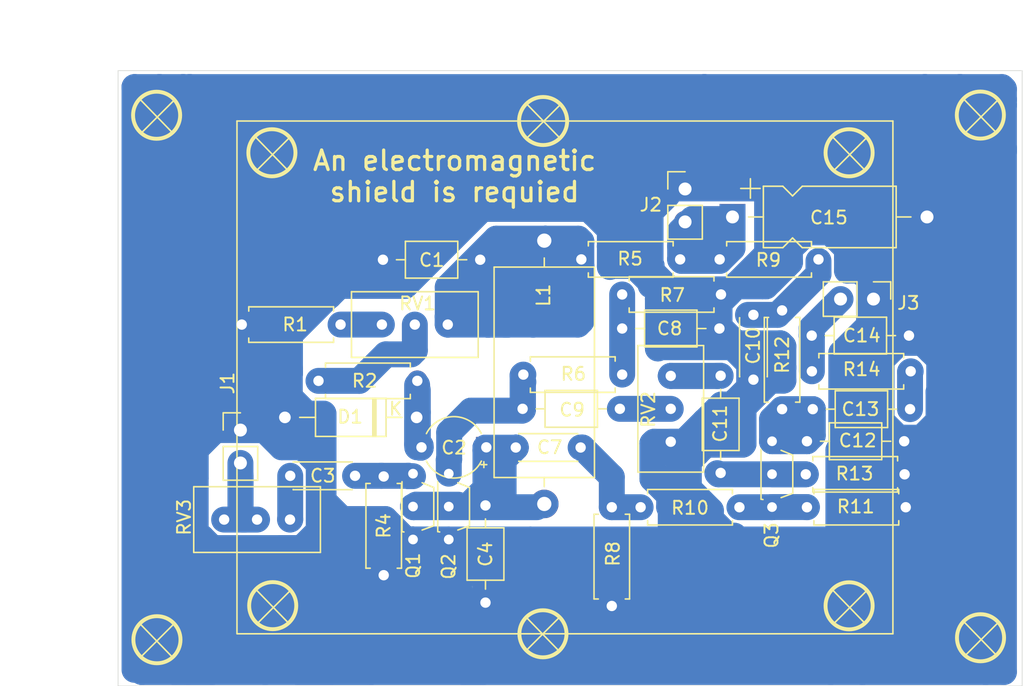
<source format=kicad_pcb>
(kicad_pcb (version 20171130) (host pcbnew 5.1.9)
  (layers (0 F.Cu signal) (31 B.Cu signal) (34 B.Paste user) (35 F.Paste user) (36 B.SilkS user) (37 F.SilkS user) (38 B.Mask user) (39 F.Mask user) (44 Edge.Cuts user))
  (net 0 "")
  (net 1 GND)
  (net 2 "Net-(C1-Pad1)")
  (net 3 "Net-(C2-Pad1)")
  (net 4 "Net-(C2-Pad2)")
  (net 5 "Net-(C3-Pad2)")
  (net 6 "Net-(C3-Pad1)")
  (net 7 "Net-(C7-Pad1)")
  (net 8 "Net-(C8-Pad1)")
  (net 9 "Net-(C9-Pad2)")
  (net 10 "Net-(C9-Pad1)")
  (net 11 "Net-(C10-Pad1)")
  (net 12 "Net-(C11-Pad1)")
  (net 13 "Net-(C11-Pad2)")
  (net 14 "Net-(C12-Pad1)")
  (net 15 "Net-(C14-Pad1)")
  (net 16 "Net-(J1-Pad2)")
  (net 17 "Net-(Q3-Pad3)")
  (net 18 "Net-(R1-Pad1)")
  (net 19 "Net-(R2-Pad2)")
  (net 20 "Net-(C15-Pad1)")
  (net 21 "Net-(C13-Pad1)")
  (module Connector_PinHeader_2.54mm:PinHeader_1x02_P2.54mm_Vertical (layer F.Cu) (at 90.5383 29.9593)
    (fp_text reference J2 (at -2.6416 1.2192) (layer F.SilkS))
    (fp_text value Power)
    (pad 2 thru_hole oval (at 0 2.54) (size 1.7 1.7) (drill 1) (layers *.Cu *.Mask) (net 20 "Net-(C15-Pad1)"))
    (pad 1 thru_hole rect (at 0 0) (size 1.7 1.7) (drill 1) (layers *.Cu *.Mask) (net 1 GND))
  )
  (module Resistor_THT:R_Axial_DIN0207_L6.3mm_D2.5mm_P7.62mm_Horizontal (layer F.Cu) (at 93.2053 35.3949)
    (fp_text reference R9 (at 3.7592 0.0508) (layer F.SilkS))
    (fp_text value 10k)
    (pad 1 thru_hole circle (at 0 0) (size 1.6 1.6) (drill 0.8) (layers *.Cu *.Mask) (net 20 "Net-(C15-Pad1)"))
    (pad 2 thru_hole oval (at 7.62 0) (size 1.6 1.6) (drill 0.8) (layers *.Cu *.Mask) (net 11 "Net-(C10-Pad1)"))
  )
  (module Resistor_THT:R_Axial_DIN0207_L6.3mm_D2.5mm_P7.62mm_Horizontal (layer F.Cu) (at 90.1573 35.3949 180)
    (fp_text reference R5 (at 3.8608 0.0508) (layer F.SilkS))
    (fp_text value 510R)
    (pad 2 thru_hole oval (at 7.62 0 180) (size 1.6 1.6) (drill 0.8) (layers *.Cu *.Mask) (net 2 "Net-(C1-Pad1)"))
    (pad 1 thru_hole circle (at 0 0 180) (size 1.6 1.6) (drill 0.8) (layers *.Cu *.Mask) (net 20 "Net-(C15-Pad1)"))
  )
  (module Capacitor_THT:C_Axial_L3.8mm_D2.6mm_P7.50mm_Horizontal (layer F.Cu) (at 93.2815 51.8738 90)
    (fp_text reference C11 (at 3.8043 -0.0381 90) (layer F.SilkS))
    (fp_text value 0,01uF)
    (pad 1 thru_hole circle (at 0 0 90) (size 1.6 1.6) (drill 0.8) (layers *.Cu *.Mask) (net 12 "Net-(C11-Pad1)"))
    (pad 2 thru_hole oval (at 7.5 0 90) (size 1.6 1.6) (drill 0.8) (layers *.Cu *.Mask) (net 13 "Net-(C11-Pad2)"))
  )
  (module Resistor_THT:R_Axial_DIN0207_L6.3mm_D2.5mm_P7.62mm_Horizontal (layer F.Cu) (at 85.6869 38.1)
    (fp_text reference R7 (at 3.8608 0.0508) (layer F.SilkS))
    (fp_text value 10k)
    (pad 1 thru_hole circle (at 0 0) (size 1.6 1.6) (drill 0.8) (layers *.Cu *.Mask) (net 8 "Net-(C8-Pad1)"))
    (pad 2 thru_hole oval (at 7.62 0) (size 1.6 1.6) (drill 0.8) (layers *.Cu *.Mask) (net 1 GND))
  )
  (module Capacitor_THT:C_Axial_L3.8mm_D2.6mm_P7.50mm_Horizontal (layer F.Cu) (at 85.6869 40.7289)
    (fp_text reference C8 (at 3.6576 0 180) (layer F.SilkS))
    (fp_text value 0,01uF)
    (pad 2 thru_hole oval (at 7.5 0) (size 1.6 1.6) (drill 0.8) (layers *.Cu *.Mask) (net 1 GND))
    (pad 1 thru_hole circle (at 0 0) (size 1.6 1.6) (drill 0.8) (layers *.Cu *.Mask) (net 8 "Net-(C8-Pad1)"))
  )
  (module Potentiometer_THT:Potentiometer_Bourns_3386C_Horizontal (layer F.Cu) (at 89.4334 49.4665 180)
    (fp_text reference RV2 (at 1.7272 2.4892 270) (layer F.SilkS))
    (fp_text value 10k)
    (pad 3 thru_hole circle (at 0 5.08 180) (size 1.44 1.44) (drill 0.8) (layers *.Cu *.Mask) (net 13 "Net-(C11-Pad2)"))
    (pad 2 thru_hole circle (at 0 2.54 180) (size 1.44 1.44) (drill 0.8) (layers *.Cu *.Mask) (net 10 "Net-(C9-Pad1)"))
    (pad 1 thru_hole circle (at 0 0 180) (size 1.44 1.44) (drill 0.8) (layers *.Cu *.Mask) (net 1 GND))
  )
  (module Capacitor_THT:C_Axial_L3.8mm_D2.6mm_P7.50mm_Horizontal (layer F.Cu) (at 85.5091 46.9265 180)
    (fp_text reference C9 (at 3.683 -0.0762) (layer F.SilkS))
    (fp_text value 0,01uF)
    (pad 1 thru_hole circle (at 0 0 180) (size 1.6 1.6) (drill 0.8) (layers *.Cu *.Mask) (net 10 "Net-(C9-Pad1)"))
    (pad 2 thru_hole oval (at 7.5 0 180) (size 1.6 1.6) (drill 0.8) (layers *.Cu *.Mask) (net 9 "Net-(C9-Pad2)"))
  )
  (module Resistor_THT:R_Axial_DIN0207_L6.3mm_D2.5mm_P7.62mm_Horizontal (layer F.Cu) (at 99.9363 54.5211)
    (fp_text reference R11 (at 3.7592 -0.0508) (layer F.SilkS))
    (fp_text value 1M)
    (pad 2 thru_hole oval (at 7.62 0) (size 1.6 1.6) (drill 0.8) (layers *.Cu *.Mask) (net 1 GND))
    (pad 1 thru_hole circle (at 0 0) (size 1.6 1.6) (drill 0.8) (layers *.Cu *.Mask) (net 17 "Net-(Q3-Pad3)"))
  )
  (module Diode_THT:D_A-405_P10.16mm_Horizontal (layer F.Cu) (at 69.8373 47.5869 180)
    (fp_text reference D1 (at 5.1308 0.0508) (layer F.SilkS))
    (fp_text value D_Capacitance)
    (fp_text user K (at 1.6256 0.6604) (layer F.SilkS))
    (pad 1 thru_hole rect (at 0 0 180) (size 1.8 1.8) (drill 0.9) (layers *.Cu *.Mask) (net 4 "Net-(C2-Pad2)"))
    (pad 2 thru_hole oval (at 10.16 0 180) (size 1.8 1.8) (drill 0.9) (layers *.Cu *.Mask) (net 1 GND))
  )
  (module Inductor_THT:L_Axial_L16.0mm_D7.5mm_P20.32mm_Horizontal_Fastron_XHBCC (layer F.Cu) (at 79.6798 33.9471 270)
    (fp_text reference L1 (at 4.2164 0.0635 90) (layer F.SilkS))
    (fp_text value LTRIM)
    (pad 1 thru_hole circle (at 0 0 270) (size 2.2 2.2) (drill 1.1) (layers *.Cu *.Mask) (net 2 "Net-(C1-Pad1)"))
    (pad 2 thru_hole oval (at 20.32 0 270) (size 2.2 2.2) (drill 1.1) (layers *.Cu *.Mask) (net 3 "Net-(C2-Pad1)"))
  )
  (module Connector_PinHeader_2.54mm:PinHeader_1x02_P2.54mm_Vertical (layer F.Cu) (at 56.2483 48.5648)
    (fp_text reference J1 (at -0.9906 -3.6195 90) (layer F.SilkS))
    (fp_text value Ant)
    (pad 1 thru_hole rect (at 0 0) (size 1.7 1.7) (drill 1) (layers *.Cu *.Mask) (net 1 GND))
    (pad 2 thru_hole oval (at 0 2.54) (size 1.7 1.7) (drill 1) (layers *.Cu *.Mask) (net 16 "Net-(J1-Pad2)"))
  )
  (module Capacitor_THT:CP_Axial_L10.0mm_D4.5mm_P15.00mm_Horizontal (layer F.Cu) (at 94.1959 32.1183)
    (fp_text reference C15 (at 7.4308 0.0508) (layer F.SilkS))
    (fp_text value 10uF)
    (pad 1 thru_hole rect (at 0 0) (size 2 2) (drill 1) (layers *.Cu *.Mask) (net 20 "Net-(C15-Pad1)"))
    (pad 2 thru_hole oval (at 15 0) (size 2 2) (drill 1) (layers *.Cu *.Mask) (net 1 GND))
  )
  (module Resistor_THT:R_Axial_DIN0207_L6.3mm_D2.5mm_P7.62mm_Horizontal (layer F.Cu) (at 69.8881 44.7675 180)
    (fp_text reference R2 (at 4.064 0) (layer F.SilkS))
    (fp_text value 200k)
    (pad 1 thru_hole circle (at 0 0 180) (size 1.6 1.6) (drill 0.8) (layers *.Cu *.Mask) (net 4 "Net-(C2-Pad2)"))
    (pad 2 thru_hole oval (at 7.62 0 180) (size 1.6 1.6) (drill 0.8) (layers *.Cu *.Mask) (net 19 "Net-(R2-Pad2)"))
  )
  (module Potentiometer_THT:Potentiometer_Bourns_3386C_Horizontal (layer F.Cu) (at 72.2376 40.4241 270)
    (fp_text reference RV1 (at -1.6256 2.3368 180) (layer F.SilkS))
    (fp_text value 22k)
    (pad 3 thru_hole circle (at 0 5.08 270) (size 1.44 1.44) (drill 0.8) (layers *.Cu *.Mask) (net 18 "Net-(R1-Pad1)"))
    (pad 2 thru_hole circle (at 0 2.54 270) (size 1.44 1.44) (drill 0.8) (layers *.Cu *.Mask) (net 19 "Net-(R2-Pad2)"))
    (pad 1 thru_hole circle (at 0 0 270) (size 1.44 1.44) (drill 0.8) (layers *.Cu *.Mask) (net 2 "Net-(C1-Pad1)"))
  )
  (module Capacitor_THT:C_Axial_L3.8mm_D2.6mm_P7.50mm_Horizontal (layer F.Cu) (at 100.3046 41.275)
    (fp_text reference C14 (at 3.8608 0) (layer F.SilkS))
    (fp_text value 3300pF)
    (pad 1 thru_hole circle (at 0 0) (size 1.6 1.6) (drill 0.8) (layers *.Cu *.Mask) (net 15 "Net-(C14-Pad1)"))
    (pad 2 thru_hole oval (at 7.5 0) (size 1.6 1.6) (drill 0.8) (layers *.Cu *.Mask) (net 1 GND))
  )
  (module Capacitor_THT:C_Axial_L3.8mm_D2.6mm_P7.50mm_Horizontal (layer F.Cu) (at 75.1459 54.3814 270)
    (fp_text reference C4 (at 3.7592 0 90) (layer F.SilkS))
    (fp_text value 5..58pF)
    (pad 1 thru_hole circle (at 0 0 270) (size 1.6 1.6) (drill 0.8) (layers *.Cu *.Mask) (net 3 "Net-(C2-Pad1)"))
    (pad 2 thru_hole oval (at 7.5 0 270) (size 1.6 1.6) (drill 0.8) (layers *.Cu *.Mask) (net 1 GND))
  )
  (module Capacitor_THT:C_Axial_L3.8mm_D2.6mm_P7.50mm_Horizontal (layer F.Cu) (at 74.7395 35.4203 180)
    (fp_text reference C1 (at 3.7338 -0.0254) (layer F.SilkS))
    (fp_text value 100n)
    (pad 2 thru_hole oval (at 7.5 0 180) (size 1.6 1.6) (drill 0.8) (layers *.Cu *.Mask) (net 1 GND))
    (pad 1 thru_hole circle (at 0 0 180) (size 1.6 1.6) (drill 0.8) (layers *.Cu *.Mask) (net 2 "Net-(C1-Pad1)"))
  )
  (module Capacitor_THT:C_Axial_L3.8mm_D2.6mm_P7.50mm_Horizontal (layer F.Cu) (at 99.9363 49.4284)
    (fp_text reference C12 (at 3.9116 -0.0508) (layer F.SilkS))
    (fp_text value 3300pF)
    (pad 2 thru_hole oval (at 7.5 0) (size 1.6 1.6) (drill 0.8) (layers *.Cu *.Mask) (net 1 GND))
    (pad 1 thru_hole circle (at 0 0) (size 1.6 1.6) (drill 0.8) (layers *.Cu *.Mask) (net 14 "Net-(C12-Pad1)"))
  )
  (module Package_TO_SOT_THT:TO-92S_Wide (layer F.Cu) (at 97.2439 49.4284 270)
    (fp_text reference Q3 (at 7.2644 0.0381 90) (layer F.SilkS))
    (fp_text value Q_NJFET_DSG)
    (pad 2 thru_hole oval (at 2.54 0 270) (size 1.05 1.3) (drill 0.75) (layers *.Cu *.Mask) (net 12 "Net-(C11-Pad1)"))
    (pad 3 thru_hole oval (at 5.08 0 270) (size 1.05 1.3) (drill 0.75) (layers *.Cu *.Mask) (net 17 "Net-(Q3-Pad3)"))
    (pad 1 thru_hole rect (at 0 0 270) (size 1.05 1.3) (drill 0.75) (layers *.Cu *.Mask) (net 14 "Net-(C12-Pad1)"))
  )
  (module Resistor_THT:R_Axial_DIN0207_L6.3mm_D2.5mm_P7.62mm_Horizontal (layer F.Cu) (at 63.9699 40.4241 180)
    (fp_text reference R1 (at 3.5052 0) (layer F.SilkS))
    (fp_text value 22k)
    (pad 2 thru_hole oval (at 7.62 0 180) (size 1.6 1.6) (drill 0.8) (layers *.Cu *.Mask) (net 1 GND))
    (pad 1 thru_hole circle (at 0 0 180) (size 1.6 1.6) (drill 0.8) (layers *.Cu *.Mask) (net 18 "Net-(R1-Pad1)"))
  )
  (module Resistor_THT:R_Axial_DIN0207_L6.3mm_D2.5mm_P7.62mm_Horizontal (layer F.Cu) (at 67.2973 52.1462 270)
    (fp_text reference R4 (at 3.81 0 90) (layer F.SilkS))
    (fp_text value 10k)
    (pad 2 thru_hole oval (at 7.62 0 270) (size 1.6 1.6) (drill 0.8) (layers *.Cu *.Mask) (net 1 GND))
    (pad 1 thru_hole circle (at 0 0 270) (size 1.6 1.6) (drill 0.8) (layers *.Cu *.Mask) (net 6 "Net-(C3-Pad1)"))
  )
  (module Resistor_THT:R_Axial_DIN0207_L6.3mm_D2.5mm_P7.62mm_Horizontal (layer F.Cu) (at 94.7293 54.5211 180)
    (fp_text reference R10 (at 3.81 -0.0508) (layer F.SilkS))
    (fp_text value 100R)
    (pad 1 thru_hole circle (at 0 0 180) (size 1.6 1.6) (drill 0.8) (layers *.Cu *.Mask) (net 17 "Net-(Q3-Pad3)"))
    (pad 2 thru_hole oval (at 7.62 0 180) (size 1.6 1.6) (drill 0.8) (layers *.Cu *.Mask) (net 7 "Net-(C7-Pad1)"))
  )
  (module Resistor_THT:R_Axial_DIN0207_L6.3mm_D2.5mm_P7.62mm_Horizontal (layer F.Cu) (at 99.8474 51.9811)
    (fp_text reference R13 (at 3.7592 -0.0508) (layer F.SilkS))
    (fp_text value 100k)
    (pad 2 thru_hole oval (at 7.62 0) (size 1.6 1.6) (drill 0.8) (layers *.Cu *.Mask) (net 1 GND))
    (pad 1 thru_hole circle (at 0 0) (size 1.6 1.6) (drill 0.8) (layers *.Cu *.Mask) (net 12 "Net-(C11-Pad1)"))
  )
  (module Connector_PinHeader_2.54mm:PinHeader_1x02_P2.54mm_Vertical (layer F.Cu) (at 105.0671 38.4556 270)
    (fp_text reference J3 (at 0.3048 -2.6924 180) (layer F.SilkS))
    (fp_text value "Sound Output")
    (pad 1 thru_hole rect (at 0 0 270) (size 1.7 1.7) (drill 1) (layers *.Cu *.Mask) (net 1 GND))
    (pad 2 thru_hole oval (at 0 2.54 270) (size 1.7 1.7) (drill 1) (layers *.Cu *.Mask) (net 15 "Net-(C14-Pad1)"))
  )
  (module Package_TO_SOT_THT:TO-92S_Wide (layer F.Cu) (at 69.5579 51.9303 270)
    (fp_text reference Q1 (at 7.0993 -0.0127 90) (layer F.SilkS))
    (fp_text value Q_NJFET_DSG)
    (pad 1 thru_hole rect (at 0 0 270) (size 1.05 1.3) (drill 0.75) (layers *.Cu *.Mask) (net 6 "Net-(C3-Pad1)"))
    (pad 3 thru_hole oval (at 5.08 0 270) (size 1.05 1.3) (drill 0.75) (layers *.Cu *.Mask) (net 1 GND))
    (pad 2 thru_hole oval (at 2.54 0 270) (size 1.05 1.3) (drill 0.75) (layers *.Cu *.Mask) (net 3 "Net-(C2-Pad1)"))
  )
  (module Package_TO_SOT_THT:TO-92S_Wide (layer F.Cu) (at 72.3138 51.9303 270)
    (fp_text reference Q2 (at 7.1628 0.0127 90) (layer F.SilkS))
    (fp_text value Q_NJFET_DSG)
    (pad 2 thru_hole oval (at 2.54 0 270) (size 1.05 1.3) (drill 0.75) (layers *.Cu *.Mask) (net 3 "Net-(C2-Pad1)"))
    (pad 3 thru_hole oval (at 5.08 0 270) (size 1.05 1.3) (drill 0.75) (layers *.Cu *.Mask) (net 1 GND))
    (pad 1 thru_hole rect (at 0 0 270) (size 1.05 1.3) (drill 0.75) (layers *.Cu *.Mask) (net 9 "Net-(C9-Pad2)"))
  )
  (module Capacitor_THT:CP_Radial_Tantal_D4.5mm_P5.00mm (layer F.Cu) (at 75.2094 49.8983 180)
    (fp_text reference C2 (at 2.4892 -0.0254) (layer F.SilkS))
    (fp_text value 3pF)
    (pad 1 thru_hole rect (at 0 0 180) (size 1.6 1.6) (drill 0.8) (layers *.Cu *.Mask) (net 3 "Net-(C2-Pad1)"))
    (pad 2 thru_hole circle (at 5 0 180) (size 1.6 1.6) (drill 0.8) (layers *.Cu *.Mask) (net 4 "Net-(C2-Pad2)"))
  )
  (module Capacitor_THT:C_Disc_D4.3mm_W1.9mm_P5.00mm (layer F.Cu) (at 65.0875 52.0954 180)
    (fp_text reference C3 (at 2.4892 0) (layer F.SilkS))
    (fp_text value 75pF)
    (pad 1 thru_hole circle (at 0 0 180) (size 1.6 1.6) (drill 0.8) (layers *.Cu *.Mask) (net 6 "Net-(C3-Pad1)"))
    (pad 2 thru_hole circle (at 5 0 180) (size 1.6 1.6) (drill 0.8) (layers *.Cu *.Mask) (net 5 "Net-(C3-Pad2)"))
  )
  (module Resistor_THT:R_Axial_DIN0207_L6.3mm_D2.5mm_P7.62mm_Horizontal (layer F.Cu) (at 78.0669 44.2849)
    (fp_text reference R6 (at 3.8608 -0.0508) (layer F.SilkS))
    (fp_text value 1k)
    (pad 1 thru_hole circle (at 0 0) (size 1.6 1.6) (drill 0.8) (layers *.Cu *.Mask) (net 9 "Net-(C9-Pad2)"))
    (pad 2 thru_hole oval (at 7.62 0) (size 1.6 1.6) (drill 0.8) (layers *.Cu *.Mask) (net 8 "Net-(C8-Pad1)"))
  )
  (module Potentiometer_THT:Potentiometer_Bourns_3386C_Horizontal (layer F.Cu) (at 54.991 55.4736 90)
    (fp_text reference RV3 (at 0.1778 -3.0861 90) (layer F.SilkS))
    (fp_text value 10k)
    (pad 3 thru_hole circle (at 0 5.08 90) (size 1.44 1.44) (drill 0.8) (layers *.Cu *.Mask) (net 5 "Net-(C3-Pad2)"))
    (pad 2 thru_hole circle (at 0 2.54 90) (size 1.44 1.44) (drill 0.8) (layers *.Cu *.Mask) (net 16 "Net-(J1-Pad2)"))
    (pad 1 thru_hole circle (at 0 0 90) (size 1.44 1.44) (drill 0.8) (layers *.Cu *.Mask) (net 16 "Net-(J1-Pad2)"))
  )
  (module Capacitor_THT:C_Disc_D4.3mm_W1.9mm_P5.00mm (layer F.Cu) (at 82.4827 49.911 180)
    (fp_text reference C7 (at 2.3838 0.0127) (layer F.SilkS))
    (fp_text value 33pF)
    (pad 1 thru_hole circle (at 0 0 180) (size 1.6 1.6) (drill 0.8) (layers *.Cu *.Mask) (net 7 "Net-(C7-Pad1)"))
    (pad 2 thru_hole circle (at 5 0 180) (size 1.6 1.6) (drill 0.8) (layers *.Cu *.Mask) (net 3 "Net-(C2-Pad1)"))
  )
  (module Resistor_THT:R_Axial_DIN0207_L6.3mm_D2.5mm_P7.62mm_Horizontal (layer F.Cu) (at 84.8868 54.5211 270)
    (fp_text reference R8 (at 3.5941 -0.0889 90) (layer F.SilkS))
    (fp_text value 1M)
    (pad 1 thru_hole circle (at 0 0 270) (size 1.6 1.6) (drill 0.8) (layers *.Cu *.Mask) (net 7 "Net-(C7-Pad1)"))
    (pad 2 thru_hole oval (at 7.62 0 270) (size 1.6 1.6) (drill 0.8) (layers *.Cu *.Mask) (net 1 GND))
  )
  (module Capacitor_THT:C_Disc_D4.3mm_W1.9mm_P5.00mm (layer F.Cu) (at 95.8088 39.6748 270)
    (fp_text reference C10 (at 2.3749 0.0254 270) (layer F.SilkS))
    (fp_text value 120pF)
    (pad 1 thru_hole circle (at 0 0 270) (size 1.6 1.6) (drill 0.8) (layers *.Cu *.Mask) (net 11 "Net-(C10-Pad1)"))
    (pad 2 thru_hole circle (at 5 0 270) (size 1.6 1.6) (drill 0.8) (layers *.Cu *.Mask) (net 1 GND))
  )
  (module Capacitor_THT:C_Axial_L3.8mm_D2.6mm_P7.50mm_Horizontal (layer F.Cu) (at 107.8865 46.9519 180)
    (fp_text reference C13 (at 3.8227 0) (layer F.SilkS))
    (fp_text value 0,1uF)
    (pad 1 thru_hole circle (at 0 0 180) (size 1.6 1.6) (drill 0.8) (layers *.Cu *.Mask) (net 21 "Net-(C13-Pad1)"))
    (pad 2 thru_hole oval (at 7.5 0 180) (size 1.6 1.6) (drill 0.8) (layers *.Cu *.Mask) (net 14 "Net-(C12-Pad1)"))
  )
  (module Resistor_THT:R_Axial_DIN0207_L6.3mm_D2.5mm_P7.62mm_Horizontal (layer F.Cu) (at 98.0186 39.3319 270)
    (fp_text reference R12 (at 3.429 -0.0127 270) (layer F.SilkS))
    (fp_text value 1k)
    (pad 1 thru_hole circle (at 0 0 270) (size 1.6 1.6) (drill 0.8) (layers *.Cu *.Mask) (net 11 "Net-(C10-Pad1)"))
    (pad 2 thru_hole oval (at 7.62 0 270) (size 1.6 1.6) (drill 0.8) (layers *.Cu *.Mask) (net 14 "Net-(C12-Pad1)"))
  )
  (module Resistor_THT:R_Axial_DIN0207_L6.3mm_D2.5mm_P7.62mm_Horizontal (layer F.Cu) (at 107.9373 44.0309 180)
    (fp_text reference R14 (at 3.7846 0.1524) (layer F.SilkS))
    (fp_text value 1k)
    (pad 2 thru_hole oval (at 7.62 0 180) (size 1.6 1.6) (drill 0.8) (layers *.Cu *.Mask) (net 15 "Net-(C14-Pad1)"))
    (pad 1 thru_hole circle (at 0 0 180) (size 1.6 1.6) (drill 0.8) (layers *.Cu *.Mask) (net 21 "Net-(C13-Pad1)"))
  )
  (gr_line (start 80.9117 62.9539) (end 78.2955 65.5701) (layer F.SilkS) (width 0.12))
  (gr_line (start 80.772 65.5701) (end 78.2447 62.9666) (layer F.SilkS) (width 0.12))
  (gr_line (start 80.9879 23.3807) (end 78.3717 25.9969) (layer F.SilkS) (width 0.12))
  (gr_line (start 80.8482 25.9969) (end 78.3209 23.3934) (layer F.SilkS) (width 0.12))
  (gr_line (start 55.9816 24.7142) (end 55.9816 64.2874) (layer F.SilkS) (width 0.12))
  (gr_line (start 106.5657 24.7142) (end 55.9816 24.7142) (layer F.SilkS) (width 0.12))
  (gr_line (start 106.5657 64.2874) (end 106.5657 24.7142) (layer F.SilkS) (width 0.12))
  (gr_line (start 56.007 64.2874) (end 106.5657 64.2874) (layer F.SilkS) (width 0.12))
  (gr_line (start 60.0075 63.5127) (end 57.4802 60.9092) (layer F.SilkS) (width 0.12))
  (gr_circle (center 58.7375 62.1157) (end 60.55431 62.1157) (layer F.SilkS) (width 0.3))
  (gr_line (start 60.1472 60.8965) (end 57.531 63.5127) (layer F.SilkS) (width 0.12))
  (gr_line (start 59.944 28.5623) (end 57.4167 25.9588) (layer F.SilkS) (width 0.12))
  (gr_circle (center 58.674 27.1653) (end 60.49081 27.1653) (layer F.SilkS) (width 0.3))
  (gr_line (start 60.0837 25.9461) (end 57.4675 28.5623) (layer F.SilkS) (width 0.12))
  (gr_line (start 104.4575 63.5254) (end 101.9302 60.9219) (layer F.SilkS) (width 0.12))
  (gr_circle (center 103.1875 62.1284) (end 105.00431 62.1284) (layer F.SilkS) (width 0.3))
  (gr_line (start 104.5972 60.9092) (end 101.981 63.5254) (layer F.SilkS) (width 0.12))
  (gr_line (start 104.4575 28.5623) (end 101.9302 25.9588) (layer F.SilkS) (width 0.12))
  (gr_circle (center 103.1875 27.1653) (end 105.00431 27.1653) (layer F.SilkS) (width 0.3))
  (gr_line (start 104.5972 25.9461) (end 101.981 28.5623) (layer F.SilkS) (width 0.12))
  (gr_text "An electromagnetic\nshield is requied" (at 72.7583 28.9814) (layer F.SilkS) (effects (font (size 1.5 1.5) (thickness 0.25))))
  (gr_line (start 51.1556 63.4873) (end 48.5394 66.1035) (layer F.SilkS) (width 0.12))
  (gr_line (start 51.0159 66.1035) (end 48.4886 63.5) (layer F.SilkS) (width 0.12))
  (gr_line (start 114.5921 65.9892) (end 112.0648 63.3857) (layer F.SilkS) (width 0.12))
  (gr_circle (center 113.3221 64.5922) (end 115.13891 64.5922) (layer F.SilkS) (width 0.3))
  (gr_line (start 114.7318 63.373) (end 112.1156 65.9892) (layer F.SilkS) (width 0.12))
  (gr_line (start 114.7191 23.0378) (end 112.1029 25.654) (layer F.SilkS) (width 0.12))
  (gr_circle (center 113.3094 24.257) (end 115.12621 24.257) (layer F.SilkS) (width 0.3))
  (gr_line (start 114.5794 25.654) (end 112.0521 23.0505) (layer F.SilkS) (width 0.12))
  (gr_circle (center 49.8094 64.7446) (end 51.62621 64.7446) (layer F.SilkS) (width 0.3))
  (gr_line (start 51.054 25.6667) (end 48.5267 23.0632) (layer F.SilkS) (width 0.12))
  (gr_line (start 51.1937 23.0505) (end 48.5775 25.6667) (layer F.SilkS) (width 0.12))
  (gr_circle (center 49.784 24.2697) (end 51.60081 24.2697) (layer F.SilkS) (width 0.3))
  (gr_circle (center 79.57749 64.2874) (end 81.3943 64.2874) (layer F.SilkS) (width 0.3))
  (gr_circle (center 79.59019 24.7142) (end 81.4451 24.7142) (layer F.SilkS) (width 0.3))
  (gr_line (start 116.5352 68.3133) (end 116.5352 20.828) (layer Edge.Cuts) (width 0.05))
  (gr_line (start 46.8122 20.828) (end 46.8122 68.3133) (layer Edge.Cuts) (width 0.05))
  (gr_line (start 116.5352 20.828) (end 46.8122 20.828) (layer Edge.Cuts) (width 0.05))
  (gr_line (start 46.8122 68.3133) (end 116.5352 68.3133) (layer Edge.Cuts) (width 0.05))
  (segment (start 56.2864 26.3144) (end 58.8264 26.3144) (width 2) (layer B.Cu) (net 1))
  (segment (start 54.439675 26.3144) (end 56.2737 26.3144) (width 2) (layer B.Cu) (net 1))
  (segment (start 54.375342 26.282942) (end 54.388627 26.296227) (width 2) (layer B.Cu) (net 1))
  (segment (start 104.0257 27.178) (end 105.6259 27.178) (width 2) (layer B.Cu) (net 1))
  (segment (start 102.3112 27.178) (end 104.0257 27.178) (width 2) (layer B.Cu) (net 1))
  (segment (start 99.9744 27.178) (end 102.3112 27.178) (width 2) (layer B.Cu) (net 1))
  (segment (start 54.31101 26.30859) (end 54.3306 26.289) (width 2) (layer B.Cu) (net 1))
  (segment (start 72.3265 26.7208) (end 72.7329 26.3144) (width 2) (layer B.Cu) (net 1))
  (segment (start 72.3265 27.4828) (end 72.3265 26.7208) (width 2) (layer B.Cu) (net 1))
  (segment (start 72.3265 27.4828) (end 71.374 27.4828) (width 2) (layer B.Cu) (net 1))
  (segment (start 71.374 27.4828) (end 70.2056 26.3144) (width 2) (layer B.Cu) (net 1))
  (segment (start 70.2056 26.3144) (end 72.7329 26.3144) (width 2) (layer B.Cu) (net 1))
  (segment (start 72.4662 27.4828) (end 73.6346 26.3144) (width 2) (layer B.Cu) (net 1))
  (segment (start 72.3265 27.4828) (end 72.4662 27.4828) (width 2) (layer B.Cu) (net 1))
  (segment (start 72.7329 26.3144) (end 73.6346 26.3144) (width 2) (layer B.Cu) (net 1))
  (segment (start 73.6346 26.3144) (end 76.6064 26.3144) (width 2) (layer B.Cu) (net 1))
  (segment (start 53.29501 26.3017) (end 53.29501 24.638) (width 2) (layer B.Cu) (net 1))
  (segment (start 59.8932 26.3144) (end 64.8589 26.3144) (width 2) (layer B.Cu) (net 1))
  (segment (start 53.29501 26.3017) (end 54.816105 24.780605) (width 2) (layer B.Cu) (net 1))
  (segment (start 109.4359 27.178) (end 110.998 25.6159) (width 2) (layer B.Cu) (net 1))
  (segment (start 105.6259 27.178) (end 109.4359 27.178) (width 2) (layer B.Cu) (net 1))
  (segment (start 109.4359 27.178) (end 112.4077 27.178) (width 2) (layer B.Cu) (net 1))
  (segment (start 53.4289 35.7378) (end 53.29501 35.60391) (width 2) (layer B.Cu) (net 1))
  (segment (start 54.5211 35.7378) (end 53.4289 35.7378) (width 2) (layer B.Cu) (net 1))
  (segment (start 53.3654 30.0228) (end 53.29501 30.09319) (width 2) (layer B.Cu) (net 1))
  (segment (start 54.5071 30.0228) (end 53.3654 30.0228) (width 2) (layer B.Cu) (net 1))
  (segment (start 53.7972 47.1932) (end 53.29501 46.69101) (width 2) (layer B.Cu) (net 1))
  (segment (start 53.29501 26.3017) (end 53.29501 27.46321) (width 2) (layer B.Cu) (net 1))
  (segment (start 53.29501 27.46321) (end 53.29501 30.09319) (width 2) (layer B.Cu) (net 1))
  (segment (start 67.1195 59.7154) (end 67.1195 59.4487) (width 2) (layer B.Cu) (net 1))
  (segment (start 69.5579 57.0103) (end 72.3138 57.0103) (width 2) (layer B.Cu) (net 1))
  (segment (start 75.0373 57.0103) (end 72.3138 57.0103) (width 2) (layer B.Cu) (net 1))
  (segment (start 54.31101 46.28461) (end 55.2196 47.1932) (width 2) (layer B.Cu) (net 1))
  (segment (start 55.2196 47.1932) (end 53.7972 47.1932) (width 2) (layer B.Cu) (net 1))
  (segment (start 57.023 47.1932) (end 56.8325 47.1932) (width 2) (layer B.Cu) (net 1))
  (segment (start 59.7535 47.1932) (end 57.023 47.1932) (width 2) (layer B.Cu) (net 1))
  (segment (start 57.023 47.1932) (end 55.2196 47.1932) (width 2) (layer B.Cu) (net 1))
  (segment (start 55.3847 27.2161) (end 56.2864 26.3144) (width 2) (layer B.Cu) (net 1))
  (segment (start 75.28151 27.07349) (end 75.5396 26.8154) (width 2) (layer B.Cu) (net 1))
  (segment (start 73.484529 27.07349) (end 75.28151 27.07349) (width 2) (layer B.Cu) (net 1))
  (segment (start 73.075219 27.4828) (end 73.484529 27.07349) (width 2) (layer B.Cu) (net 1))
  (segment (start 72.3265 27.4828) (end 73.075219 27.4828) (width 2) (layer B.Cu) (net 1))
  (segment (start 72.3265 27.4828) (end 69.342 27.4828) (width 2) (layer B.Cu) (net 1))
  (segment (start 69.342 27.4828) (end 68.1736 26.3144) (width 2) (layer B.Cu) (net 1))
  (segment (start 68.1736 26.3144) (end 70.2056 26.3144) (width 2) (layer B.Cu) (net 1))
  (segment (start 53.29501 46.69101) (end 53.29501 45.12999) (width 2) (layer B.Cu) (net 1))
  (segment (start 59.7535 47.1932) (end 58.20302 47.1932) (width 2) (layer B.Cu) (net 1))
  (segment (start 75.1459 57.1189) (end 75.0373 57.0103) (width 2) (layer B.Cu) (net 1))
  (segment (start 52.9971 43.96632) (end 53.29501 43.66841) (width 2) (layer B.Cu) (net 1))
  (segment (start 53.29501 45.12999) (end 53.29501 43.66841) (width 2) (layer B.Cu) (net 1))
  (segment (start 53.29501 43.66841) (end 53.29501 27.46321) (width 2) (layer B.Cu) (net 1))
  (segment (start 52.9971 24.93591) (end 53.29501 24.638) (width 2) (layer B.Cu) (net 1))
  (segment (start 52.9971 46.5582) (end 52.9971 24.93591) (width 2) (layer B.Cu) (net 1))
  (segment (start 52.9971 46.5582) (end 52.9971 43.96632) (width 2) (layer B.Cu) (net 1))
  (segment (start 66.3067 67.2338) (end 67.1195 66.421) (width 2) (layer B.Cu) (net 1))
  (segment (start 52.2478 25.68521) (end 53.29501 24.638) (width 2) (layer B.Cu) (net 1))
  (segment (start 57.023 47.1932) (end 55.6895 47.1932) (width 2) (layer B.Cu) (net 1))
  (segment (start 56.8325 47.1932) (end 56.8325 45.7454) (width 2) (layer B.Cu) (net 1))
  (segment (start 56.8325 45.7454) (end 55.3847 44.2976) (width 2) (layer B.Cu) (net 1))
  (segment (start 55.6895 44.6024) (end 55.3847 44.2976) (width 2) (layer B.Cu) (net 1))
  (segment (start 82.0039 24.638) (end 83.6803 26.3144) (width 2) (layer B.Cu) (net 1))
  (segment (start 76.6064 26.3144) (end 77.0763 26.3144) (width 2) (layer B.Cu) (net 1))
  (segment (start 76.31721 27.07349) (end 77.0763 26.3144) (width 2) (layer B.Cu) (net 1))
  (segment (start 75.28151 27.07349) (end 76.31721 27.07349) (width 2) (layer B.Cu) (net 1))
  (segment (start 77.0763 26.3144) (end 83.6803 26.3144) (width 2) (layer B.Cu) (net 1))
  (segment (start 58.166 67.2338) (end 66.3067 67.2338) (width 2) (layer B.Cu) (net 1))
  (segment (start 58.293 58.6867) (end 58.166 58.8137) (width 2) (layer B.Cu) (net 1))
  (segment (start 67.8815 58.6867) (end 58.293 58.6867) (width 2) (layer B.Cu) (net 1))
  (segment (start 67.8815 58.6867) (end 69.5579 57.0103) (width 2) (layer B.Cu) (net 1))
  (segment (start 67.1195 59.4487) (end 67.8815 58.6867) (width 2) (layer B.Cu) (net 1))
  (segment (start 59.2963 59.7154) (end 58.166 60.8457) (width 2) (layer B.Cu) (net 1))
  (segment (start 58.166 58.8137) (end 58.166 60.8457) (width 2) (layer B.Cu) (net 1))
  (segment (start 58.5343 61.214) (end 58.166 60.8457) (width 2) (layer B.Cu) (net 1))
  (segment (start 67.1195 61.214) (end 58.5343 61.214) (width 2) (layer B.Cu) (net 1))
  (segment (start 67.1195 61.214) (end 67.1195 59.7154) (width 2) (layer B.Cu) (net 1))
  (segment (start 58.5089 63.9318) (end 58.166 63.5889) (width 2) (layer B.Cu) (net 1))
  (segment (start 58.7375 62.5856) (end 58.166 62.0141) (width 2) (layer B.Cu) (net 1))
  (segment (start 67.1195 62.5856) (end 67.1195 61.214) (width 2) (layer B.Cu) (net 1))
  (segment (start 67.1195 63.9318) (end 67.1195 62.5856) (width 2) (layer B.Cu) (net 1))
  (segment (start 58.166 62.0141) (end 58.166 63.5889) (width 2) (layer B.Cu) (net 1))
  (segment (start 58.166 60.8457) (end 58.166 62.0141) (width 2) (layer B.Cu) (net 1))
  (segment (start 58.5597 65.1129) (end 58.166 64.7192) (width 2) (layer B.Cu) (net 1))
  (segment (start 67.1195 65.1129) (end 67.1195 63.9318) (width 2) (layer B.Cu) (net 1))
  (segment (start 67.1195 66.421) (end 67.1195 65.1129) (width 2) (layer B.Cu) (net 1))
  (segment (start 58.166 64.7192) (end 58.166 67.2338) (width 2) (layer B.Cu) (net 1))
  (segment (start 58.166 63.5889) (end 58.166 64.7192) (width 2) (layer B.Cu) (net 1))
  (segment (start 60.6806 67.2338) (end 58.5597 65.1129) (width 2) (layer B.Cu) (net 1))
  (segment (start 66.3067 67.2338) (end 60.6806 67.2338) (width 2) (layer B.Cu) (net 1))
  (segment (start 60.6806 67.2338) (end 63.1952 67.2338) (width 2) (layer B.Cu) (net 1))
  (segment (start 63.1952 67.2338) (end 65.3161 65.1129) (width 2) (layer B.Cu) (net 1))
  (segment (start 67.1195 65.1129) (end 65.3161 65.1129) (width 2) (layer B.Cu) (net 1))
  (segment (start 66.3067 66.1035) (end 65.3161 65.1129) (width 2) (layer B.Cu) (net 1))
  (segment (start 66.3067 67.2338) (end 66.3067 66.1035) (width 2) (layer B.Cu) (net 1))
  (segment (start 62.4967 67.2338) (end 60.3758 65.1129) (width 2) (layer B.Cu) (net 1))
  (segment (start 63.1952 67.2338) (end 62.4967 67.2338) (width 2) (layer B.Cu) (net 1))
  (segment (start 60.3758 65.1129) (end 58.5597 65.1129) (width 2) (layer B.Cu) (net 1))
  (segment (start 63.1952 67.2338) (end 63.1952 66.0146) (width 2) (layer B.Cu) (net 1))
  (segment (start 63.1952 66.0146) (end 62.2935 65.1129) (width 2) (layer B.Cu) (net 1))
  (segment (start 65.3161 65.1129) (end 62.2935 65.1129) (width 2) (layer B.Cu) (net 1))
  (segment (start 62.2935 65.1129) (end 60.3758 65.1129) (width 2) (layer B.Cu) (net 1))
  (segment (start 53.29501 24.638) (end 56.4896 24.638) (width 2) (layer B.Cu) (net 1))
  (segment (start 56.2864 26.3144) (end 58.4073 26.3144) (width 2) (layer B.Cu) (net 1))
  (segment (start 58.4073 26.3144) (end 59.8932 26.3144) (width 2) (layer B.Cu) (net 1))
  (segment (start 57.60429 34.801127) (end 58.4073 33.998117) (width 2) (layer B.Cu) (net 1))
  (segment (start 56.4896 27.9908) (end 56.4896 24.638) (width 2) (layer B.Cu) (net 1))
  (segment (start 55.3847 29.4894) (end 55.3847 27.2161) (width 2) (layer B.Cu) (net 1))
  (segment (start 55.3847 44.2976) (end 55.3847 30.5435) (width 2) (layer B.Cu) (net 1))
  (segment (start 55.3847 30.5435) (end 55.3847 29.4894) (width 2) (layer B.Cu) (net 1))
  (segment (start 62.7888 29.591) (end 62.3951 29.591) (width 2) (layer B.Cu) (net 1))
  (segment (start 62.7888 29.591) (end 61.8363 30.5435) (width 2) (layer B.Cu) (net 1))
  (segment (start 59.4487 32.5374) (end 58.4073 32.5374) (width 2) (layer B.Cu) (net 1))
  (segment (start 62.3951 29.591) (end 59.4487 32.5374) (width 2) (layer B.Cu) (net 1))
  (segment (start 58.4073 33.998117) (end 58.4073 32.5374) (width 2) (layer B.Cu) (net 1))
  (segment (start 58.893027 33.51239) (end 60.988309 33.51239) (width 2) (layer B.Cu) (net 1))
  (segment (start 58.4073 33.998117) (end 58.893027 33.51239) (width 2) (layer B.Cu) (net 1))
  (segment (start 64.7827 27.5971) (end 62.7888 29.591) (width 2) (layer B.Cu) (net 1))
  (segment (start 64.7827 27.4828) (end 64.7827 27.5971) (width 2) (layer B.Cu) (net 1))
  (segment (start 64.7827 27.4828) (end 64.2747 27.9908) (width 2) (layer B.Cu) (net 1))
  (segment (start 64.4652 27.4828) (end 62.4586 29.4894) (width 2) (layer B.Cu) (net 1))
  (segment (start 64.7827 27.4828) (end 64.4652 27.4828) (width 2) (layer B.Cu) (net 1))
  (segment (start 69.342 27.4828) (end 64.7827 27.4828) (width 2) (layer B.Cu) (net 1))
  (segment (start 62.4586 29.4894) (end 62.4586 31.4833) (width 2) (layer B.Cu) (net 1))
  (segment (start 62.4586 31.4833) (end 62.4205 31.5214) (width 2) (layer B.Cu) (net 1))
  (segment (start 62.4205 32.080199) (end 60.988309 33.51239) (width 2) (layer B.Cu) (net 1))
  (segment (start 62.4205 31.5214) (end 62.4205 32.080199) (width 2) (layer B.Cu) (net 1))
  (segment (start 68.6816 58.1533) (end 67.1195 59.7154) (width 2) (layer B.Cu) (net 1))
  (segment (start 75.1459 58.1533) (end 68.6816 58.1533) (width 2) (layer B.Cu) (net 1))
  (segment (start 75.1459 58.1533) (end 75.1459 57.1189) (width 2) (layer B.Cu) (net 1))
  (segment (start 67.1703 59.6646) (end 67.1195 59.7154) (width 2) (layer B.Cu) (net 1))
  (segment (start 75.1459 59.6646) (end 67.1703 59.6646) (width 2) (layer B.Cu) (net 1))
  (segment (start 75.1459 61.8814) (end 75.1459 59.6646) (width 2) (layer B.Cu) (net 1))
  (segment (start 75.1459 59.6646) (end 75.1459 58.1533) (width 2) (layer B.Cu) (net 1))
  (segment (start 75.1459 61.8814) (end 73.9083 61.8814) (width 2) (layer B.Cu) (net 1))
  (segment (start 73.2409 61.214) (end 67.1195 61.214) (width 2) (layer B.Cu) (net 1))
  (segment (start 73.9083 61.8814) (end 73.2409 61.214) (width 2) (layer B.Cu) (net 1))
  (segment (start 74.4417 62.5856) (end 75.1459 61.8814) (width 2) (layer B.Cu) (net 1))
  (segment (start 67.1195 62.5856) (end 74.4417 62.5856) (width 2) (layer B.Cu) (net 1))
  (segment (start 67.1195 63.9318) (end 74.549 63.9318) (width 2) (layer B.Cu) (net 1))
  (segment (start 75.1459 63.3349) (end 75.1459 61.8814) (width 2) (layer B.Cu) (net 1))
  (segment (start 74.549 63.9318) (end 75.1459 63.3349) (width 2) (layer B.Cu) (net 1))
  (segment (start 73.3679 65.1129) (end 74.549 63.9318) (width 2) (layer B.Cu) (net 1))
  (segment (start 67.1195 65.1129) (end 73.3679 65.1129) (width 2) (layer B.Cu) (net 1))
  (segment (start 75.1459 61.8814) (end 75.1459 65.532) (width 2) (layer B.Cu) (net 1))
  (segment (start 74.2569 66.421) (end 67.1195 66.421) (width 2) (layer B.Cu) (net 1))
  (segment (start 75.1459 65.532) (end 74.2569 66.421) (width 2) (layer B.Cu) (net 1))
  (segment (start 75.1459 67.0687) (end 74.9808 67.2338) (width 2) (layer B.Cu) (net 1))
  (segment (start 52.2478 26.8478) (end 52.2478 23.9776) (width 2) (layer B.Cu) (net 1))
  (segment (start 52.2478 35.8267) (end 52.2478 26.8478) (width 2) (layer B.Cu) (net 1))
  (segment (start 52.2478 26.8478) (end 52.2478 25.68521) (width 2) (layer B.Cu) (net 1))
  (segment (start 52.2478 23.9776) (end 52.2986 23.9268) (width 2) (layer B.Cu) (net 1))
  (segment (start 52.2986 23.9268) (end 52.2986 22.9743) (width 2) (layer B.Cu) (net 1))
  (segment (start 79.6474 27.679) (end 76.6064 24.638) (width 2) (layer B.Cu) (net 1))
  (segment (start 56.4896 24.638) (end 76.6064 24.638) (width 2) (layer B.Cu) (net 1))
  (segment (start 76.6064 24.638) (end 82.0039 24.638) (width 2) (layer B.Cu) (net 1))
  (segment (start 101.825695 25.644205) (end 110.873905 25.644205) (width 2) (layer B.Cu) (net 1))
  (segment (start 84.3985 27.679) (end 84.56941 27.679) (width 2) (layer B.Cu) (net 1))
  (segment (start 82.159205 25.644205) (end 86.604205 25.644205) (width 2) (layer B.Cu) (net 1))
  (segment (start 92.827205 25.644205) (end 101.825695 25.644205) (width 2) (layer B.Cu) (net 1))
  (segment (start 94.2664 27.679) (end 96.301195 25.644205) (width 2) (layer B.Cu) (net 1))
  (segment (start 94.2651 27.679) (end 94.2664 27.679) (width 2) (layer B.Cu) (net 1))
  (segment (start 96.8305 27.679) (end 96.8305 26.68281) (width 2) (layer B.Cu) (net 1))
  (segment (start 96.8305 27.679) (end 94.2651 27.679) (width 2) (layer B.Cu) (net 1))
  (segment (start 96.8305 26.68281) (end 97.869105 25.644205) (width 2) (layer B.Cu) (net 1))
  (segment (start 97.869105 25.644205) (end 96.301195 25.644205) (width 2) (layer B.Cu) (net 1))
  (segment (start 98.1145 26.87201) (end 99.342305 25.644205) (width 2) (layer B.Cu) (net 1))
  (segment (start 98.1145 27.679) (end 98.1145 26.87201) (width 2) (layer B.Cu) (net 1))
  (segment (start 99.342305 25.644205) (end 97.869105 25.644205) (width 2) (layer B.Cu) (net 1))
  (segment (start 98.1145 27.679) (end 96.8305 27.679) (width 2) (layer B.Cu) (net 1))
  (segment (start 101.825695 25.644205) (end 99.342305 25.644205) (width 2) (layer B.Cu) (net 1))
  (segment (start 94.2651 27.0821) (end 92.827205 25.644205) (width 2) (layer B.Cu) (net 1))
  (segment (start 94.2651 27.679) (end 94.2651 27.0821) (width 2) (layer B.Cu) (net 1))
  (segment (start 85.55699 27.07349) (end 86.1625 27.679) (width 2) (layer B.Cu) (net 1))
  (segment (start 86.1625 27.679) (end 84.3985 27.679) (width 2) (layer B.Cu) (net 1))
  (segment (start 97.7957 64.5357) (end 97.79 64.5414) (width 2) (layer B.Cu) (net 1))
  (segment (start 78.613 57.0103) (end 75.0373 57.0103) (width 2) (layer B.Cu) (net 1))
  (segment (start 100.0125 64.9605) (end 99.9998 64.9478) (width 2) (layer B.Cu) (net 1))
  (segment (start 98.1964 64.9478) (end 97.79 64.5414) (width 2) (layer B.Cu) (net 1))
  (segment (start 99.9998 64.9478) (end 98.1964 64.9478) (width 2) (layer B.Cu) (net 1))
  (segment (start 93.0402 64.9732) (end 93.0402 60.9727) (width 2) (layer B.Cu) (net 1))
  (segment (start 93.0402 60.9727) (end 93.2815 60.7314) (width 2) (layer B.Cu) (net 1))
  (segment (start 93.98 60.7314) (end 93.2815 60.7314) (width 2) (layer B.Cu) (net 1))
  (segment (start 96.0755 25.8699) (end 96.301195 25.644205) (width 2) (layer B.Cu) (net 1))
  (segment (start 97.79 64.5414) (end 96.05645 62.80785) (width 2) (layer B.Cu) (net 1))
  (segment (start 96.05645 62.80785) (end 93.98 60.7314) (width 2) (layer B.Cu) (net 1))
  (segment (start 93.2815 62.738) (end 93.2815 60.7314) (width 2) (layer B.Cu) (net 1))
  (segment (start 77.8129 58.1533) (end 75.1459 58.1533) (width 2) (layer B.Cu) (net 1))
  (segment (start 79.3242 59.6646) (end 79.78775 60.12815) (width 2) (layer B.Cu) (net 1))
  (segment (start 82.3976 62.738) (end 79.78775 60.12815) (width 2) (layer B.Cu) (net 1))
  (segment (start 79.78775 60.12815) (end 77.8129 58.1533) (width 2) (layer B.Cu) (net 1))
  (segment (start 82.3341 60.7314) (end 81.8007 60.198) (width 2) (layer B.Cu) (net 1))
  (segment (start 80.95615 61.04255) (end 78.91145 61.04255) (width 2) (layer B.Cu) (net 1))
  (segment (start 80.95615 61.04255) (end 81.8007 60.198) (width 2) (layer B.Cu) (net 1))
  (segment (start 78.91145 61.04255) (end 77.5335 59.6646) (width 2) (layer B.Cu) (net 1))
  (segment (start 80.1173 61.8814) (end 80.95615 61.04255) (width 2) (layer B.Cu) (net 1))
  (segment (start 75.1459 59.6646) (end 77.5335 59.6646) (width 2) (layer B.Cu) (net 1))
  (segment (start 77.5335 59.6646) (end 79.3242 59.6646) (width 2) (layer B.Cu) (net 1))
  (segment (start 77.3627 61.8814) (end 75.1459 59.6646) (width 2) (layer B.Cu) (net 1))
  (segment (start 75.1459 61.8814) (end 78.0231 61.8814) (width 2) (layer B.Cu) (net 1))
  (segment (start 78.0231 61.8814) (end 77.3627 61.8814) (width 2) (layer B.Cu) (net 1))
  (segment (start 78.0231 61.8814) (end 80.1173 61.8814) (width 2) (layer B.Cu) (net 1))
  (segment (start 75.1459 61.8814) (end 76.5994 63.3349) (width 2) (layer B.Cu) (net 1))
  (segment (start 93.8784 63.3349) (end 94.4499 63.9064) (width 2) (layer B.Cu) (net 1))
  (segment (start 76.5994 63.3349) (end 93.8784 63.3349) (width 2) (layer B.Cu) (net 1))
  (segment (start 95.4913 64.9478) (end 94.4499 63.9064) (width 2) (layer B.Cu) (net 1))
  (segment (start 94.4499 63.9064) (end 93.2815 62.738) (width 2) (layer B.Cu) (net 1))
  (segment (start 77.0128 64.9478) (end 75.1459 63.0809) (width 2) (layer B.Cu) (net 1))
  (segment (start 97.536 64.9478) (end 95.4913 64.9478) (width 2) (layer B.Cu) (net 1))
  (segment (start 99.9998 64.9478) (end 97.536 64.9478) (width 2) (layer B.Cu) (net 1))
  (segment (start 75.1459 61.8814) (end 75.1459 63.0809) (width 2) (layer B.Cu) (net 1))
  (segment (start 75.1459 63.0809) (end 75.1459 67.0687) (width 2) (layer B.Cu) (net 1))
  (segment (start 75.1459 67.0687) (end 75.692 67.0687) (width 2) (layer B.Cu) (net 1))
  (segment (start 75.692 67.0687) (end 77.8129 64.9478) (width 2) (layer B.Cu) (net 1))
  (segment (start 97.536 64.9478) (end 77.8129 64.9478) (width 2) (layer B.Cu) (net 1))
  (segment (start 77.8129 64.9478) (end 77.0128 64.9478) (width 2) (layer B.Cu) (net 1))
  (segment (start 74.9808 67.2338) (end 73.4314 67.2338) (width 2) (layer B.Cu) (net 1))
  (segment (start 73.4314 67.2338) (end 66.3067 67.2338) (width 2) (layer B.Cu) (net 1))
  (segment (start 77.0128 64.9478) (end 102.6922 64.9478) (width 2) (layer B.Cu) (net 1))
  (segment (start 104.2162 66.4718) (end 104.2162 67.2338) (width 2) (layer B.Cu) (net 1))
  (segment (start 102.6922 64.9478) (end 104.2162 66.4718) (width 2) (layer B.Cu) (net 1))
  (segment (start 101.7651 67.2084) (end 101.7651 67.2338) (width 2) (layer B.Cu) (net 1))
  (segment (start 73.4314 67.2338) (end 101.7651 67.2338) (width 2) (layer B.Cu) (net 1))
  (segment (start 101.7651 67.2338) (end 104.2162 67.2338) (width 2) (layer B.Cu) (net 1))
  (segment (start 78.68285 65.81775) (end 77.8129 64.9478) (width 2) (layer B.Cu) (net 1))
  (segment (start 103.15575 65.81775) (end 78.68285 65.81775) (width 2) (layer B.Cu) (net 1))
  (segment (start 103.8987 65.0748) (end 103.15575 65.81775) (width 2) (layer B.Cu) (net 1))
  (segment (start 103.15575 65.81775) (end 101.7651 67.2084) (width 2) (layer B.Cu) (net 1))
  (segment (start 96.05645 58.23585) (end 96.05645 60.53455) (width 2) (layer B.Cu) (net 1))
  (segment (start 96.05645 58.23585) (end 96.05645 62.80785) (width 2) (layer B.Cu) (net 1))
  (segment (start 106.4895 64.9605) (end 106.4895 62.8269) (width 2) (layer B.Cu) (net 1))
  (segment (start 106.4895 62.8269) (end 106.34345 62.97295) (width 2) (layer B.Cu) (net 1))
  (segment (start 106.34345 62.97295) (end 98.49485 62.97295) (width 2) (layer B.Cu) (net 1))
  (segment (start 106.4895 61.3156) (end 105.9053 60.7314) (width 2) (layer B.Cu) (net 1))
  (segment (start 105.7529 62.0522) (end 106.4895 61.3156) (width 2) (layer B.Cu) (net 1))
  (segment (start 96.05645 60.53455) (end 97.5741 62.0522) (width 2) (layer B.Cu) (net 1))
  (segment (start 97.5741 62.0522) (end 98.49485 62.97295) (width 2) (layer B.Cu) (net 1))
  (segment (start 96.05645 58.23585) (end 96.05645 58.90895) (width 2) (layer B.Cu) (net 1))
  (segment (start 97.5741 62.0522) (end 99.1997 62.0522) (width 2) (layer B.Cu) (net 1))
  (segment (start 96.05645 58.90895) (end 99.1997 62.0522) (width 2) (layer B.Cu) (net 1))
  (segment (start 99.1997 62.0522) (end 105.7529 62.0522) (width 2) (layer B.Cu) (net 1))
  (segment (start 84.3407 62.738) (end 82.3341 60.7314) (width 2) (layer B.Cu) (net 1))
  (segment (start 93.2815 60.7314) (end 91.8718 60.7314) (width 2) (layer B.Cu) (net 1))
  (segment (start 93.2815 62.738) (end 89.8652 62.738) (width 2) (layer B.Cu) (net 1))
  (segment (start 91.8718 60.7314) (end 89.8652 62.738) (width 2) (layer B.Cu) (net 1))
  (segment (start 89.6366 60.7314) (end 87.63 62.738) (width 2) (layer B.Cu) (net 1))
  (segment (start 89.6493 60.7314) (end 89.6366 60.7314) (width 2) (layer B.Cu) (net 1))
  (segment (start 89.8652 62.738) (end 87.63 62.738) (width 2) (layer B.Cu) (net 1))
  (segment (start 87.63 62.738) (end 84.3407 62.738) (width 2) (layer B.Cu) (net 1))
  (segment (start 87.8586 60.7314) (end 87.8586 61.3283) (width 2) (layer B.Cu) (net 1))
  (segment (start 89.6493 60.7314) (end 87.8586 60.7314) (width 2) (layer B.Cu) (net 1))
  (segment (start 93.2815 62.738) (end 86.4489 62.738) (width 2) (layer B.Cu) (net 1))
  (segment (start 87.8586 61.3283) (end 86.4489 62.738) (width 2) (layer B.Cu) (net 1))
  (segment (start 86.4489 62.738) (end 82.3976 62.738) (width 2) (layer B.Cu) (net 1))
  (segment (start 85.6996 61.3791) (end 84.3407 62.738) (width 2) (layer B.Cu) (net 1))
  (segment (start 85.6996 60.7314) (end 85.6996 61.3791) (width 2) (layer B.Cu) (net 1))
  (segment (start 87.8586 60.7314) (end 85.6996 60.7314) (width 2) (layer B.Cu) (net 1))
  (segment (start 85.6996 60.7314) (end 82.3341 60.7314) (width 2) (layer B.Cu) (net 1))
  (segment (start 98.552 60.7314) (end 96.05645 58.23585) (width 2) (layer B.Cu) (net 1))
  (segment (start 98.7552 60.7314) (end 98.552 60.7314) (width 2) (layer B.Cu) (net 1))
  (segment (start 105.9053 60.7314) (end 98.7552 60.7314) (width 2) (layer B.Cu) (net 1))
  (segment (start 95.77705 58.23585) (end 93.2815 60.7314) (width 2) (layer B.Cu) (net 1))
  (segment (start 96.05645 58.23585) (end 95.77705 58.23585) (width 2) (layer B.Cu) (net 1))
  (segment (start 81.09929 27.07349) (end 81.7048 27.679) (width 2) (layer B.Cu) (net 1))
  (segment (start 73.484529 27.07349) (end 81.09929 27.07349) (width 2) (layer B.Cu) (net 1))
  (segment (start 84.3985 27.679) (end 81.7048 27.679) (width 2) (layer B.Cu) (net 1))
  (segment (start 81.7048 27.679) (end 79.6474 27.679) (width 2) (layer B.Cu) (net 1))
  (segment (start 71.24991 27.07349) (end 70.8787 27.4447) (width 2) (layer B.Cu) (net 1))
  (segment (start 83.80439 27.07349) (end 71.24991 27.07349) (width 2) (layer B.Cu) (net 1))
  (segment (start 75.28151 27.07349) (end 83.80439 27.07349) (width 2) (layer B.Cu) (net 1))
  (segment (start 83.80439 27.07349) (end 85.55699 27.07349) (width 2) (layer B.Cu) (net 1))
  (segment (start 86.1625 27.679) (end 86.153899 27.670399) (width 2) (layer B.Cu) (net 1))
  (segment (start 62.220201 27.670399) (end 61.8998 27.9908) (width 2) (layer B.Cu) (net 1))
  (segment (start 64.2747 27.9908) (end 61.8998 27.9908) (width 2) (layer B.Cu) (net 1))
  (segment (start 61.8998 27.9908) (end 56.4896 27.9908) (width 2) (layer B.Cu) (net 1))
  (segment (start 110.873905 25.644205) (end 111.5822 26.3525) (width 2) (layer B.Cu) (net 1))
  (segment (start 111.5822 26.3525) (end 112.4077 27.178) (width 2) (layer B.Cu) (net 1))
  (segment (start 52.2986 23.9268) (end 52.2986 22.1361) (width 2) (layer B.Cu) (net 1))
  (segment (start 52.2986 22.1361) (end 52.3367 22.098) (width 2) (layer B.Cu) (net 1))
  (segment (start 111.7346 22.098) (end 112.4077 22.7711) (width 2) (layer B.Cu) (net 1))
  (segment (start 111.1885 24.257) (end 109.0295 22.098) (width 2) (layer B.Cu) (net 1))
  (segment (start 111.1885 27.3685) (end 111.1885 24.257) (width 2) (layer B.Cu) (net 1))
  (segment (start 109.0295 22.098) (end 111.7346 22.098) (width 2) (layer B.Cu) (net 1))
  (segment (start 95.7707 58.2295) (end 95.77705 58.23585) (width 2) (layer B.Cu) (net 1))
  (segment (start 52.9971 64.8716) (end 52.9971 66.167) (width 2) (layer B.Cu) (net 1))
  (segment (start 54.0639 67.2338) (end 58.166 67.2338) (width 2) (layer B.Cu) (net 1))
  (segment (start 52.9971 66.167) (end 54.0639 67.2338) (width 2) (layer B.Cu) (net 1))
  (segment (start 50.358627 56.84811) (end 51.64111 56.84811) (width 2) (layer B.Cu) (net 1))
  (segment (start 49.06989 55.559373) (end 50.358627 56.84811) (width 2) (layer B.Cu) (net 1))
  (segment (start 56.8452 29.4894) (end 55.3847 29.4894) (width 2) (layer B.Cu) (net 1))
  (segment (start 62.4586 29.4894) (end 56.8452 29.4894) (width 2) (layer B.Cu) (net 1))
  (segment (start 55.6895 47.1932) (end 55.6895 45.5676) (width 2) (layer B.Cu) (net 1))
  (segment (start 55.6895 45.5676) (end 55.6895 44.6024) (width 2) (layer B.Cu) (net 1))
  (segment (start 50.52749 23.39921) (end 51.8287 22.098) (width 2) (layer B.Cu) (net 1))
  (segment (start 52.3367 22.098) (end 51.8287 22.098) (width 2) (layer B.Cu) (net 1))
  (segment (start 51.8287 22.098) (end 49.9999 22.098) (width 2) (layer B.Cu) (net 1))
  (segment (start 52.2478 49.23316) (end 50.52749 50.95347) (width 2) (layer B.Cu) (net 1))
  (segment (start 52.2478 35.8267) (end 52.2478 49.23316) (width 2) (layer B.Cu) (net 1))
  (segment (start 54.0639 67.2338) (end 52.197 67.2338) (width 2) (layer B.Cu) (net 1))
  (segment (start 52.197 67.2338) (end 51.64111 66.67791) (width 2) (layer B.Cu) (net 1))
  (segment (start 52.197 67.2338) (end 51.1302 67.2338) (width 2) (layer B.Cu) (net 1))
  (segment (start 50.358627 66.462227) (end 50.358627 56.84811) (width 2) (layer B.Cu) (net 1))
  (segment (start 51.1302 67.2338) (end 50.358627 66.462227) (width 2) (layer B.Cu) (net 1))
  (segment (start 54.0639 67.2338) (end 48.6537 67.2338) (width 2) (layer B.Cu) (net 1))
  (segment (start 49.06989 66.81761) (end 49.06989 55.559373) (width 2) (layer B.Cu) (net 1))
  (segment (start 48.6537 67.2338) (end 49.06989 66.81761) (width 2) (layer B.Cu) (net 1))
  (segment (start 49.06989 23.02801) (end 49.9999 22.098) (width 2) (layer B.Cu) (net 1))
  (segment (start 49.06989 66.81761) (end 49.06989 23.02801) (width 2) (layer B.Cu) (net 1))
  (segment (start 49.9999 22.098) (end 48.0822 22.098) (width 2) (layer B.Cu) (net 1))
  (segment (start 48.6537 22.6695) (end 48.6537 67.2338) (width 2) (layer B.Cu) (net 1))
  (segment (start 48.0822 22.098) (end 48.6537 22.6695) (width 2) (layer B.Cu) (net 1))
  (segment (start 48.0822 67.0687) (end 48.0822 22.098) (width 2) (layer B.Cu) (net 1))
  (segment (start 51.64111 62.63349) (end 64.39191 62.63349) (width 2) (layer B.Cu) (net 1))
  (segment (start 64.39191 62.63349) (end 64.4398 62.5856) (width 2) (layer B.Cu) (net 1))
  (segment (start 67.1195 62.5856) (end 64.4398 62.5856) (width 2) (layer B.Cu) (net 1))
  (segment (start 64.4398 62.5856) (end 58.7375 62.5856) (width 2) (layer B.Cu) (net 1))
  (segment (start 64.79249 63.66219) (end 65.0621 63.9318) (width 2) (layer B.Cu) (net 1))
  (segment (start 51.64111 63.66219) (end 64.79249 63.66219) (width 2) (layer B.Cu) (net 1))
  (segment (start 51.64111 63.66219) (end 51.64111 62.63349) (width 2) (layer B.Cu) (net 1))
  (segment (start 67.1195 63.9318) (end 65.0621 63.9318) (width 2) (layer B.Cu) (net 1))
  (segment (start 65.0621 63.9318) (end 58.5089 63.9318) (width 2) (layer B.Cu) (net 1))
  (segment (start 51.64111 66.67791) (end 51.64111 65.51639) (width 2) (layer B.Cu) (net 1))
  (segment (start 65.71959 65.51639) (end 66.3067 66.1035) (width 2) (layer B.Cu) (net 1))
  (segment (start 51.64111 65.51639) (end 65.71959 65.51639) (width 2) (layer B.Cu) (net 1))
  (segment (start 51.64111 65.51639) (end 51.64111 63.66219) (width 2) (layer B.Cu) (net 1))
  (segment (start 64.7827 29.717999) (end 60.988309 33.51239) (width 2) (layer B.Cu) (net 1))
  (segment (start 64.7827 27.4828) (end 64.7827 29.717999) (width 2) (layer B.Cu) (net 1))
  (segment (start 60.988309 33.51239) (end 64.11251 33.51239) (width 2) (layer B.Cu) (net 1))
  (segment (start 64.11251 33.51239) (end 65.554499 32.070401) (width 2) (layer B.Cu) (net 1))
  (segment (start 65.554499 32.070401) (end 65.554499 27.670399) (width 2) (layer B.Cu) (net 1))
  (segment (start 64.11251 30.91471) (end 62.7888 29.591) (width 2) (layer B.Cu) (net 1))
  (segment (start 114.9731 22.098) (end 111.7346 22.098) (width 2) (layer B.Cu) (net 1))
  (segment (start 115.12522 22.25012) (end 114.9731 22.098) (width 2) (layer B.Cu) (net 1))
  (segment (start 112.4077 22.7711) (end 114.83284 22.7711) (width 2) (layer B.Cu) (net 1))
  (segment (start 114.83284 22.7711) (end 115.12522 23.06348) (width 2) (layer B.Cu) (net 1))
  (segment (start 115.12522 23.06348) (end 115.12522 22.25012) (width 2) (layer B.Cu) (net 1))
  (segment (start 112.4077 24.2824) (end 114.3254 24.2824) (width 2) (layer B.Cu) (net 1))
  (segment (start 114.3254 24.2824) (end 115.12522 23.48258) (width 2) (layer B.Cu) (net 1))
  (segment (start 112.4077 22.7711) (end 112.4077 24.2824) (width 2) (layer B.Cu) (net 1))
  (segment (start 115.12522 23.48258) (end 115.12522 23.06348) (width 2) (layer B.Cu) (net 1))
  (segment (start 114.0968 25.7683) (end 115.12522 26.79672) (width 2) (layer B.Cu) (net 1))
  (segment (start 112.4077 25.7683) (end 112.4077 27.178) (width 2) (layer B.Cu) (net 1))
  (segment (start 112.4077 25.7683) (end 114.0968 25.7683) (width 2) (layer B.Cu) (net 1))
  (segment (start 115.12522 26.79672) (end 115.12522 23.48258) (width 2) (layer B.Cu) (net 1))
  (segment (start 112.4077 24.2824) (end 112.4077 25.7683) (width 2) (layer B.Cu) (net 1))
  (segment (start 115.0112 27.178) (end 115.12522 27.06398) (width 2) (layer B.Cu) (net 1))
  (segment (start 112.4077 27.178) (end 115.0112 27.178) (width 2) (layer B.Cu) (net 1))
  (segment (start 115.12522 67.2338) (end 115.12522 27.06398) (width 2) (layer B.Cu) (net 1))
  (segment (start 115.12522 27.06398) (end 115.12522 26.79672) (width 2) (layer B.Cu) (net 1))
  (segment (start 112.4077 27.178) (end 113.538 28.3083) (width 2) (layer B.Cu) (net 1))
  (segment (start 113.538 67.056) (end 113.7158 67.2338) (width 2) (layer B.Cu) (net 1))
  (segment (start 115.12522 67.2338) (end 113.7158 67.2338) (width 2) (layer B.Cu) (net 1))
  (segment (start 113.7158 67.2338) (end 104.2162 67.2338) (width 2) (layer B.Cu) (net 1))
  (segment (start 113.0427 65.786) (end 113.538 65.2907) (width 2) (layer B.Cu) (net 1))
  (segment (start 105.664 65.786) (end 113.0427 65.786) (width 2) (layer B.Cu) (net 1))
  (segment (start 105.664 65.786) (end 106.4895 64.9605) (width 2) (layer B.Cu) (net 1))
  (segment (start 104.2162 67.2338) (end 105.664 65.786) (width 2) (layer B.Cu) (net 1))
  (segment (start 113.538 65.2907) (end 113.538 67.056) (width 2) (layer B.Cu) (net 1))
  (segment (start 112.7379 64.5795) (end 113.538 63.7794) (width 2) (layer B.Cu) (net 1))
  (segment (start 113.538 63.7794) (end 113.538 65.2907) (width 2) (layer B.Cu) (net 1))
  (segment (start 111.8108 62.0522) (end 113.538 63.7794) (width 2) (layer B.Cu) (net 1))
  (segment (start 105.7529 62.0522) (end 111.8108 62.0522) (width 2) (layer B.Cu) (net 1))
  (segment (start 105.7529 62.0522) (end 109.2962 62.0522) (width 2) (layer B.Cu) (net 1))
  (segment (start 111.8235 64.5795) (end 112.7379 64.5795) (width 2) (layer B.Cu) (net 1))
  (segment (start 107.7976 64.5795) (end 106.4895 63.2714) (width 2) (layer B.Cu) (net 1))
  (segment (start 111.8235 64.5795) (end 107.7976 64.5795) (width 2) (layer B.Cu) (net 1))
  (segment (start 106.4895 64.9605) (end 106.4895 63.2714) (width 2) (layer B.Cu) (net 1))
  (segment (start 106.4895 63.2714) (end 106.4895 61.3156) (width 2) (layer B.Cu) (net 1))
  (segment (start 106.9467 62.8142) (end 106.4895 63.2714) (width 2) (layer B.Cu) (net 1))
  (segment (start 110.0582 62.8142) (end 106.9467 62.8142) (width 2) (layer B.Cu) (net 1))
  (segment (start 109.2962 62.0522) (end 110.0582 62.8142) (width 2) (layer B.Cu) (net 1))
  (segment (start 110.0582 62.8142) (end 111.8235 64.5795) (width 2) (layer B.Cu) (net 1))
  (segment (start 112.1029 61.3156) (end 113.538 59.8805) (width 2) (layer B.Cu) (net 1))
  (segment (start 106.4895 61.3156) (end 112.1029 61.3156) (width 2) (layer B.Cu) (net 1))
  (segment (start 97.4979 59.8805) (end 96.647 60.7314) (width 2) (layer B.Cu) (net 1))
  (segment (start 98.7552 60.7314) (end 96.647 60.7314) (width 2) (layer B.Cu) (net 1))
  (segment (start 113.538 46.101) (end 113.538 47.4599) (width 2) (layer B.Cu) (net 1))
  (segment (start 113.538 47.4599) (end 113.538 48.4632) (width 2) (layer B.Cu) (net 1))
  (segment (start 112.51511 59.79741) (end 113.538 60.8203) (width 2) (layer B.Cu) (net 1))
  (segment (start 113.538 59.8805) (end 113.538 60.8203) (width 2) (layer B.Cu) (net 1))
  (segment (start 113.538 60.8203) (end 113.538 63.7794) (width 2) (layer B.Cu) (net 1))
  (segment (start 113.538 59.8805) (end 110.1852 59.8805) (width 2) (layer B.Cu) (net 1))
  (segment (start 110.1852 55.62492) (end 112.51511 53.29501) (width 2) (layer B.Cu) (net 1))
  (segment (start 112.51511 49.43421) (end 112.51511 53.29501) (width 2) (layer B.Cu) (net 1))
  (segment (start 110.1852 58.33002) (end 112.51511 56.00011) (width 2) (layer B.Cu) (net 1))
  (segment (start 110.1852 59.8805) (end 110.1852 58.33002) (width 2) (layer B.Cu) (net 1))
  (segment (start 112.51511 56.00011) (end 112.51511 59.79741) (width 2) (layer B.Cu) (net 1))
  (segment (start 111.65259 59.79741) (end 110.1852 58.33002) (width 2) (layer B.Cu) (net 1))
  (segment (start 112.51511 59.79741) (end 111.65259 59.79741) (width 2) (layer B.Cu) (net 1))
  (segment (start 104.0257 27.178) (end 100.901717 27.178) (width 2) (layer B.Cu) (net 1))
  (segment (start 100.901717 27.178) (end 99.911008 28.168708) (width 2) (layer B.Cu) (net 1))
  (segment (start 110.277227 27.70849) (end 110.84851 27.70849) (width 2) (layer B.Cu) (net 1))
  (segment (start 100.180726 27.898992) (end 110.086725 27.898992) (width 2) (layer B.Cu) (net 1))
  (segment (start 110.84851 27.70849) (end 111.1885 27.3685) (width 2) (layer B.Cu) (net 1))
  (segment (start 99.911008 28.168708) (end 100.180726 27.898992) (width 2) (layer B.Cu) (net 1))
  (segment (start 112.93819 27.70849) (end 113.538 28.3083) (width 2) (layer B.Cu) (net 1))
  (segment (start 110.84851 27.70849) (end 112.93819 27.70849) (width 2) (layer B.Cu) (net 1))
  (segment (start 110.277227 27.70849) (end 110.086725 27.898992) (width 2) (layer B.Cu) (net 1))
  (segment (start 112.93819 27.70849) (end 110.277227 27.70849) (width 2) (layer B.Cu) (net 1))
  (segment (start 112.099773 27.70849) (end 110.277227 27.70849) (width 2) (layer B.Cu) (net 1))
  (segment (start 113.38851 28.997227) (end 112.099773 27.70849) (width 2) (layer B.Cu) (net 1))
  (segment (start 113.38851 30.7975) (end 113.38851 28.997227) (width 2) (layer B.Cu) (net 1))
  (segment (start 113.538 30.7975) (end 113.38851 30.7975) (width 2) (layer B.Cu) (net 1))
  (segment (start 113.538 28.3083) (end 113.538 30.7975) (width 2) (layer B.Cu) (net 1))
  (segment (start 110.1852 59.8805) (end 100.1649 59.8805) (width 2) (layer B.Cu) (net 1))
  (segment (start 100.1649 59.8805) (end 97.4979 59.8805) (width 2) (layer B.Cu) (net 1))
  (segment (start 108.5342 59.8805) (end 100.1649 59.8805) (width 2) (layer B.Cu) (net 1))
  (segment (start 110.1852 58.2295) (end 108.5342 59.8805) (width 2) (layer B.Cu) (net 1))
  (segment (start 110.1852 59.8805) (end 110.1852 58.2295) (width 2) (layer B.Cu) (net 1))
  (segment (start 110.1852 58.2295) (end 110.1852 55.62492) (width 2) (layer B.Cu) (net 1))
  (segment (start 97.4979 58.4962) (end 96.8248 57.8231) (width 2) (layer B.Cu) (net 1))
  (segment (start 97.4979 59.8805) (end 97.4979 58.4962) (width 2) (layer B.Cu) (net 1))
  (segment (start 98.8822 59.8805) (end 96.8248 57.8231) (width 2) (layer B.Cu) (net 1))
  (segment (start 100.1649 59.8805) (end 98.8822 59.8805) (width 2) (layer B.Cu) (net 1))
  (segment (start 112.36669 49.28579) (end 112.51511 49.43421) (width 2) (layer B.Cu) (net 1))
  (segment (start 96.0755 27.8765) (end 96.0755 25.8699) (width 2) (layer B.Cu) (net 1))
  (segment (start 92.1004 27.8765) (end 92.0242 27.8003) (width 2) (layer B.Cu) (net 1))
  (segment (start 52.3367 22.098) (end 92.0242 22.098) (width 2) (layer B.Cu) (net 1))
  (segment (start 92.0242 22.098) (end 109.0295 22.098) (width 2) (layer B.Cu) (net 1))
  (segment (start 110.9472 24.0157) (end 111.1885 24.257) (width 2) (layer B.Cu) (net 1))
  (segment (start 92.0242 24.0157) (end 92.0242 22.098) (width 2) (layer B.Cu) (net 1))
  (segment (start 87.802299 23.326999) (end 87.4649 23.664398) (width 2) (layer B.Cu) (net 1))
  (segment (start 94.8563 24.0157) (end 94.167599 23.326999) (width 2) (layer B.Cu) (net 1))
  (segment (start 94.8563 24.0157) (end 110.9472 24.0157) (width 2) (layer B.Cu) (net 1))
  (segment (start 92.0242 24.0157) (end 94.8563 24.0157) (width 2) (layer B.Cu) (net 1))
  (segment (start 87.4649 23.664398) (end 87.4649 27.6479) (width 2) (layer B.Cu) (net 1))
  (segment (start 86.1936 27.6479) (end 86.1625 27.679) (width 2) (layer B.Cu) (net 1))
  (segment (start 87.4649 27.6479) (end 86.1936 27.6479) (width 2) (layer B.Cu) (net 1))
  (segment (start 52.561002 23.664398) (end 52.2986 23.9268) (width 2) (layer B.Cu) (net 1))
  (segment (start 87.4649 23.664398) (end 52.561002 23.664398) (width 2) (layer B.Cu) (net 1))
  (segment (start 93.2815 60.7314) (end 90.8304 60.7314) (width 2) (layer B.Cu) (net 1))
  (segment (start 90.8304 60.7314) (end 89.6493 60.7314) (width 2) (layer B.Cu) (net 1))
  (segment (start 56.261 31.9786) (end 58.4073 29.8323) (width 2) (layer B.Cu) (net 1))
  (segment (start 58.4073 32.5374) (end 58.4073 29.8323) (width 2) (layer B.Cu) (net 1))
  (segment (start 58.4073 29.8323) (end 58.4073 26.3144) (width 2) (layer B.Cu) (net 1))
  (segment (start 57.60429 31.42959) (end 56.7182 30.5435) (width 2) (layer B.Cu) (net 1))
  (segment (start 61.8363 30.5435) (end 56.7182 30.5435) (width 2) (layer B.Cu) (net 1))
  (segment (start 57.60429 34.801127) (end 57.60429 31.42959) (width 2) (layer B.Cu) (net 1))
  (segment (start 56.7182 30.5435) (end 55.3847 30.5435) (width 2) (layer B.Cu) (net 1))
  (segment (start 56.261 42.545) (end 56.261 40.3479) (width 2) (layer B.Cu) (net 1))
  (segment (start 56.8325 45.9359) (end 58.2422 44.5262) (width 2) (layer B.Cu) (net 1))
  (segment (start 56.8325 47.1932) (end 56.8325 45.9359) (width 2) (layer B.Cu) (net 1))
  (segment (start 57.7977 45.9359) (end 56.8325 45.9359) (width 2) (layer B.Cu) (net 1))
  (segment (start 59.7281 47.8663) (end 57.7977 45.9359) (width 2) (layer B.Cu) (net 1))
  (segment (start 51.64111 62.63349) (end 51.64111 60.60149) (width 2) (layer B.Cu) (net 1))
  (segment (start 51.64111 60.60149) (end 51.64111 56.84811) (width 2) (layer B.Cu) (net 1))
  (segment (start 50.358627 51.122333) (end 50.52749 50.95347) (width 2) (layer B.Cu) (net 1))
  (segment (start 52.9971 58.2041) (end 58.3946 58.2041) (width 2) (layer B.Cu) (net 1))
  (segment (start 58.41021 60.60149) (end 59.2963 59.7154) (width 2) (layer B.Cu) (net 1))
  (segment (start 51.64111 60.60149) (end 58.41021 60.60149) (width 2) (layer B.Cu) (net 1))
  (segment (start 57.658 59.3217) (end 58.293 58.6867) (width 2) (layer B.Cu) (net 1))
  (segment (start 52.9971 58.2041) (end 52.9971 59.3217) (width 2) (layer B.Cu) (net 1))
  (segment (start 52.9971 62.7253) (end 56.2864 62.7253) (width 2) (layer B.Cu) (net 1))
  (segment (start 52.9971 62.7253) (end 52.9971 64.8716) (width 2) (layer B.Cu) (net 1))
  (segment (start 54.01945 61.91885) (end 52.9971 60.8965) (width 2) (layer B.Cu) (net 1))
  (segment (start 57.09285 61.91885) (end 54.01945 61.91885) (width 2) (layer B.Cu) (net 1))
  (segment (start 57.09285 61.91885) (end 58.41021 60.60149) (width 2) (layer B.Cu) (net 1))
  (segment (start 56.2864 62.7253) (end 57.09285 61.91885) (width 2) (layer B.Cu) (net 1))
  (segment (start 52.9971 60.8965) (end 52.9971 62.7253) (width 2) (layer B.Cu) (net 1))
  (segment (start 52.9971 59.3217) (end 52.9971 60.8965) (width 2) (layer B.Cu) (net 1))
  (segment (start 68.3641 58.2041) (end 69.5579 57.0103) (width 2) (layer B.Cu) (net 1))
  (segment (start 75.9333 28.746998) (end 77.009899 27.670399) (width 2) (layer B.Cu) (net 1))
  (segment (start 86.153899 27.670399) (end 77.009899 27.670399) (width 2) (layer B.Cu) (net 1))
  (segment (start 64.8589 26.3144) (end 66.3067 26.3144) (width 2) (layer B.Cu) (net 1))
  (segment (start 66.3067 26.3144) (end 68.1736 26.3144) (width 2) (layer B.Cu) (net 1))
  (segment (start 64.11251 33.51239) (end 64.11251 32.07729) (width 2) (layer B.Cu) (net 1))
  (segment (start 64.11251 32.07729) (end 64.11251 30.91471) (width 2) (layer B.Cu) (net 1))
  (segment (start 93.1869 38.22) (end 93.3069 38.1) (width 2) (layer B.Cu) (net 1))
  (segment (start 89.4334 49.4665) (end 90.4748 49.4665) (width 2) (layer B.Cu) (net 1))
  (segment (start 90.4748 49.4665) (end 92.0623 47.879) (width 2) (layer B.Cu) (net 1))
  (segment (start 92.0623 47.879) (end 93.2434 47.879) (width 2) (layer B.Cu) (net 1))
  (segment (start 93.2434 47.879) (end 95.2373 45.8851) (width 2) (layer B.Cu) (net 1))
  (segment (start 56.2483 46.3296) (end 56.8325 45.7454) (width 2) (layer B.Cu) (net 1))
  (segment (start 56.2483 48.5648) (end 56.2483 46.3296) (width 2) (layer B.Cu) (net 1))
  (segment (start 59.0296 48.5648) (end 59.7281 47.8663) (width 2) (layer B.Cu) (net 1))
  (segment (start 56.2483 48.5648) (end 59.0296 48.5648) (width 2) (layer B.Cu) (net 1))
  (segment (start 107.8046 33.8893) (end 109.1057 32.5882) (width 2) (layer B.Cu) (net 1))
  (segment (start 105.0671 36.6268) (end 109.1057 32.5882) (width 2) (layer B.Cu) (net 1))
  (segment (start 105.0671 38.4556) (end 105.0671 36.6268) (width 2) (layer B.Cu) (net 1))
  (segment (start 105.0671 38.4556) (end 105.1052 38.4556) (width 2) (layer B.Cu) (net 1))
  (segment (start 107.8046 35.7562) (end 107.8046 33.8893) (width 2) (layer B.Cu) (net 1))
  (segment (start 105.0671 38.5375) (end 107.8046 41.275) (width 2) (layer B.Cu) (net 1))
  (segment (start 105.0671 38.4556) (end 105.0671 38.5375) (width 2) (layer B.Cu) (net 1))
  (segment (start 105.0671 38.4556) (end 107.569 38.4556) (width 2) (layer B.Cu) (net 1))
  (segment (start 107.8046 41.275) (end 107.8046 38.6912) (width 2) (layer B.Cu) (net 1))
  (segment (start 107.569 38.4556) (end 107.8046 38.6912) (width 2) (layer B.Cu) (net 1))
  (segment (start 107.8046 38.6912) (end 107.8046 35.7562) (width 2) (layer B.Cu) (net 1))
  (segment (start 105.0671 47.243783) (end 106.975227 49.15191) (width 2) (layer B.Cu) (net 1))
  (segment (start 105.0671 38.4556) (end 105.0671 47.243783) (width 2) (layer B.Cu) (net 1))
  (segment (start 104.7369 47.573983) (end 105.0671 47.243783) (width 2) (layer B.Cu) (net 1))
  (segment (start 104.7369 49.2506) (end 104.7369 47.573983) (width 2) (layer B.Cu) (net 1))
  (segment (start 104.7369 38.7858) (end 105.0671 38.4556) (width 2) (layer B.Cu) (net 1))
  (segment (start 104.7369 40.1701) (end 104.7369 36.957) (width 2) (layer B.Cu) (net 1))
  (segment (start 104.7369 40.1701) (end 104.7369 38.7858) (width 2) (layer B.Cu) (net 1))
  (segment (start 107.5563 49.4792) (end 107.4674 49.3903) (width 2) (layer B.Cu) (net 1))
  (segment (start 91.3511 27.3558) (end 92.0242 26.6827) (width 2) (layer B.Cu) (net 1))
  (segment (start 92.0242 27.8003) (end 92.0242 26.6827) (width 2) (layer B.Cu) (net 1))
  (segment (start 92.0242 26.6827) (end 92.0242 24.0157) (width 2) (layer B.Cu) (net 1))
  (segment (start 91.3511 23.412998) (end 91.265101 23.326999) (width 2) (layer B.Cu) (net 1))
  (segment (start 94.167599 23.326999) (end 91.265101 23.326999) (width 2) (layer B.Cu) (net 1))
  (segment (start 107.5563 59.0804) (end 105.9053 60.7314) (width 2) (layer B.Cu) (net 1))
  (segment (start 58.1025 36.3347) (end 56.261 34.4932) (width 2) (layer B.Cu) (net 1))
  (segment (start 56.261 40.3479) (end 56.261 34.4932) (width 2) (layer B.Cu) (net 1))
  (segment (start 56.261 34.4932) (end 56.261 31.9786) (width 2) (layer B.Cu) (net 1))
  (segment (start 96.0755 27.8765) (end 93.6752 27.8765) (width 2) (layer B.Cu) (net 1))
  (segment (start 93.6752 27.8765) (end 92.1004 27.8765) (width 2) (layer B.Cu) (net 1))
  (segment (start 112.69345 29.15285) (end 113.538 28.3083) (width 2) (layer B.Cu) (net 1))
  (segment (start 92.39885 29.15285) (end 93.6752 27.8765) (width 2) (layer B.Cu) (net 1))
  (segment (start 55.0164 30.2006) (end 53.29501 31.92199) (width 2) (layer B.Cu) (net 1))
  (segment (start 53.29501 30.09319) (end 53.29501 31.92199) (width 2) (layer B.Cu) (net 1))
  (segment (start 53.29501 31.92199) (end 53.29501 35.60391) (width 2) (layer B.Cu) (net 1))
  (segment (start 65.09385 29.15285) (end 63.611399 27.670399) (width 2) (layer B.Cu) (net 1))
  (segment (start 92.39885 29.15285) (end 94.22765 29.15285) (width 2) (layer B.Cu) (net 1))
  (segment (start 65.554499 27.670399) (end 63.611399 27.670399) (width 2) (layer B.Cu) (net 1))
  (segment (start 63.611399 27.670399) (end 62.220201 27.670399) (width 2) (layer B.Cu) (net 1))
  (segment (start 77.2033 27.8765) (end 76.997199 27.670399) (width 2) (layer B.Cu) (net 1))
  (segment (start 77.009899 27.670399) (end 76.997199 27.670399) (width 2) (layer B.Cu) (net 1))
  (segment (start 96.0755 27.8765) (end 77.2033 27.8765) (width 2) (layer B.Cu) (net 1))
  (segment (start 76.997199 27.670399) (end 65.554499 27.670399) (width 2) (layer B.Cu) (net 1))
  (segment (start 79.003795 25.644205) (end 96.301195 25.644205) (width 2) (layer B.Cu) (net 1))
  (segment (start 71.110205 25.644205) (end 79.003795 25.644205) (width 2) (layer B.Cu) (net 1))
  (segment (start 79.003795 25.644205) (end 82.159205 25.644205) (width 2) (layer B.Cu) (net 1))
  (segment (start 89.836895 26.152205) (end 91.3511 24.638) (width 2) (layer B.Cu) (net 1))
  (segment (start 86.096205 26.152205) (end 89.836895 26.152205) (width 2) (layer B.Cu) (net 1))
  (segment (start 86.096205 26.152205) (end 86.604205 25.644205) (width 2) (layer B.Cu) (net 1))
  (segment (start 84.56941 27.679) (end 86.096205 26.152205) (width 2) (layer B.Cu) (net 1))
  (segment (start 91.3511 24.638) (end 91.3511 23.412998) (width 2) (layer B.Cu) (net 1))
  (segment (start 89.836895 24.190595) (end 88.973299 23.326999) (width 2) (layer B.Cu) (net 1))
  (segment (start 89.836895 26.152205) (end 89.836895 24.190595) (width 2) (layer B.Cu) (net 1))
  (segment (start 91.265101 23.326999) (end 88.973299 23.326999) (width 2) (layer B.Cu) (net 1))
  (segment (start 88.973299 23.326999) (end 87.802299 23.326999) (width 2) (layer B.Cu) (net 1))
  (segment (start 87.875285 26.152205) (end 89.836895 24.190595) (width 2) (layer B.Cu) (net 1))
  (segment (start 86.096205 26.152205) (end 87.875285 26.152205) (width 2) (layer B.Cu) (net 1))
  (segment (start 75.7301 30.2006) (end 75.7301 30.6578) (width 2) (layer B.Cu) (net 1))
  (segment (start 75.7301 30.6578) (end 68.9483 37.4396) (width 2) (layer B.Cu) (net 1))
  (segment (start 54.7497 37.4396) (end 54.31101 37.00091) (width 2) (layer B.Cu) (net 1))
  (segment (start 54.31101 37.00091) (end 54.31101 46.28461) (width 2) (layer B.Cu) (net 1))
  (segment (start 66.4083 36.3347) (end 68.2371 36.3347) (width 2) (layer B.Cu) (net 1))
  (segment (start 75.7301 30.2006) (end 74.3712 30.2006) (width 2) (layer B.Cu) (net 1))
  (segment (start 68.2047 36.3347) (end 66.4083 36.3347) (width 2) (layer B.Cu) (net 1))
  (segment (start 65.2018 36.3347) (end 71.3359 30.2006) (width 2) (layer B.Cu) (net 1))
  (segment (start 64.7192 36.3347) (end 65.2018 36.3347) (width 2) (layer B.Cu) (net 1))
  (segment (start 66.4083 36.3347) (end 64.7192 36.3347) (width 2) (layer B.Cu) (net 1))
  (segment (start 74.3712 30.2006) (end 71.3359 30.2006) (width 2) (layer B.Cu) (net 1))
  (segment (start 71.3359 30.2006) (end 55.0164 30.2006) (width 2) (layer B.Cu) (net 1))
  (segment (start 62.6745 36.3347) (end 62.6745 35.8394) (width 2) (layer B.Cu) (net 1))
  (segment (start 94.22765 29.15285) (end 69.36105 29.15285) (width 2) (layer B.Cu) (net 1))
  (segment (start 64.7192 36.3347) (end 62.6745 36.3347) (width 2) (layer B.Cu) (net 1))
  (segment (start 59.6392 36.3347) (end 58.1025 36.3347) (width 2) (layer B.Cu) (net 1))
  (segment (start 59.6392 36.3347) (end 61.4553 36.3347) (width 2) (layer B.Cu) (net 1))
  (segment (start 62.6745 36.3347) (end 59.6392 36.3347) (width 2) (layer B.Cu) (net 1))
  (segment (start 69.36105 29.15285) (end 68.63715 29.15285) (width 2) (layer B.Cu) (net 1))
  (segment (start 68.63715 29.15285) (end 65.09385 29.15285) (width 2) (layer B.Cu) (net 1))
  (segment (start 62.4586 31.9786) (end 58.1025 36.3347) (width 2) (layer B.Cu) (net 1))
  (segment (start 62.4586 31.4833) (end 62.4586 31.9786) (width 2) (layer B.Cu) (net 1))
  (segment (start 55.2958 35.1155) (end 54.31101 36.10029) (width 2) (layer B.Cu) (net 1))
  (segment (start 68.2371 36.3347) (end 69.4563 35.1155) (width 2) (layer B.Cu) (net 1))
  (segment (start 54.31101 26.30859) (end 54.31101 36.10029) (width 2) (layer B.Cu) (net 1))
  (segment (start 54.31101 36.10029) (end 54.31101 37.00091) (width 2) (layer B.Cu) (net 1))
  (segment (start 71.7804 32.7914) (end 72.38365 32.18815) (width 2) (layer B.Cu) (net 1))
  (segment (start 72.38365 32.18815) (end 74.3712 30.2006) (width 2) (layer B.Cu) (net 1))
  (segment (start 65.7225 32.7914) (end 69.36105 29.15285) (width 2) (layer B.Cu) (net 1))
  (segment (start 62.6745 35.8394) (end 65.7225 32.7914) (width 2) (layer B.Cu) (net 1))
  (segment (start 70.83425 30.63875) (end 72.38365 32.18815) (width 2) (layer B.Cu) (net 1))
  (segment (start 67.15125 30.63875) (end 70.83425 30.63875) (width 2) (layer B.Cu) (net 1))
  (segment (start 67.15125 30.63875) (end 68.63715 29.15285) (width 2) (layer B.Cu) (net 1))
  (segment (start 66.0273 35.1155) (end 68.3514 32.7914) (width 2) (layer B.Cu) (net 1))
  (segment (start 62.6872 35.1155) (end 55.2958 35.1155) (width 2) (layer B.Cu) (net 1))
  (segment (start 69.4563 35.1155) (end 62.6872 35.1155) (width 2) (layer B.Cu) (net 1))
  (segment (start 65.7225 32.7914) (end 68.3514 32.7914) (width 2) (layer B.Cu) (net 1))
  (segment (start 64.82715 33.87725) (end 64.36995 33.42005) (width 2) (layer B.Cu) (net 1))
  (segment (start 69.4563 35.1155) (end 70.69455 33.87725) (width 2) (layer B.Cu) (net 1))
  (segment (start 64.36995 33.42005) (end 67.15125 30.63875) (width 2) (layer B.Cu) (net 1))
  (segment (start 70.69455 33.87725) (end 64.82715 33.87725) (width 2) (layer B.Cu) (net 1))
  (segment (start 70.69455 33.87725) (end 72.38365 32.18815) (width 2) (layer B.Cu) (net 1))
  (segment (start 61.4553 36.3347) (end 64.36995 33.42005) (width 2) (layer B.Cu) (net 1))
  (segment (start 69.3039 32.7914) (end 67.15125 30.63875) (width 2) (layer B.Cu) (net 1))
  (segment (start 69.4055 32.7914) (end 69.3039 32.7914) (width 2) (layer B.Cu) (net 1))
  (segment (start 68.3514 32.7914) (end 69.4055 32.7914) (width 2) (layer B.Cu) (net 1))
  (segment (start 69.4055 32.7914) (end 71.7804 32.7914) (width 2) (layer B.Cu) (net 1))
  (segment (start 52.79099 46.01501) (end 56.261 42.545) (width 2) (layer B.Cu) (net 1))
  (segment (start 62.1157 37.4396) (end 54.7497 37.4396) (width 2) (layer B.Cu) (net 1))
  (segment (start 62.1157 37.4396) (end 59.7281 39.8272) (width 2) (layer B.Cu) (net 1))
  (segment (start 59.7281 39.7383) (end 64.3509 35.1155) (width 2) (layer B.Cu) (net 1))
  (segment (start 59.7281 43.4594) (end 59.7281 39.7383) (width 2) (layer B.Cu) (net 1))
  (segment (start 59.7281 39.8272) (end 59.7281 43.4594) (width 2) (layer B.Cu) (net 1))
  (segment (start 62.6872 35.1155) (end 64.3509 35.1155) (width 2) (layer B.Cu) (net 1))
  (segment (start 64.3509 35.1155) (end 66.0273 35.1155) (width 2) (layer B.Cu) (net 1))
  (segment (start 63.09651 38.22409) (end 63.881 37.4396) (width 2) (layer B.Cu) (net 1))
  (segment (start 63.058627 38.22409) (end 63.09651 38.22409) (width 2) (layer B.Cu) (net 1))
  (segment (start 59.7281 41.554617) (end 63.058627 38.22409) (width 2) (layer B.Cu) (net 1))
  (segment (start 59.7281 43.4594) (end 59.7281 41.554617) (width 2) (layer B.Cu) (net 1))
  (segment (start 63.881 37.4396) (end 62.1157 37.4396) (width 2) (layer B.Cu) (net 1))
  (segment (start 68.9483 37.4396) (end 63.881 37.4396) (width 2) (layer B.Cu) (net 1))
  (segment (start 59.7281 43.4594) (end 59.7281 45.2882) (width 2) (layer B.Cu) (net 1))
  (segment (start 59.7281 45.2882) (end 59.7281 47.8663) (width 2) (layer B.Cu) (net 1))
  (segment (start 58.1025 43.0403) (end 57.4294 43.7134) (width 2) (layer B.Cu) (net 1))
  (segment (start 58.2422 44.5262) (end 57.4294 43.7134) (width 2) (layer B.Cu) (net 1))
  (segment (start 57.4294 43.7134) (end 56.261 42.545) (width 2) (layer B.Cu) (net 1))
  (segment (start 59.6392 39.1795) (end 58.1025 40.7162) (width 2) (layer B.Cu) (net 1))
  (segment (start 59.6392 36.3347) (end 59.6392 39.1795) (width 2) (layer B.Cu) (net 1))
  (segment (start 58.1025 36.3347) (end 58.1025 40.7162) (width 2) (layer B.Cu) (net 1))
  (segment (start 58.1025 40.7162) (end 58.1025 43.0403) (width 2) (layer B.Cu) (net 1))
  (segment (start 52.79099 52.30151) (end 50.358627 54.733873) (width 2) (layer B.Cu) (net 1))
  (segment (start 52.79099 48.69471) (end 52.79099 52.30151) (width 2) (layer B.Cu) (net 1))
  (segment (start 52.79099 48.69471) (end 52.79099 46.01501) (width 2) (layer B.Cu) (net 1))
  (segment (start 52.79099 56.384873) (end 52.79099 48.69471) (width 2) (layer B.Cu) (net 1))
  (segment (start 50.358627 56.84811) (end 50.358627 54.733873) (width 2) (layer B.Cu) (net 1))
  (segment (start 50.358627 54.733873) (end 50.358627 51.122333) (width 2) (layer B.Cu) (net 1))
  (segment (start 51.64111 49.83985) (end 52.2478 49.23316) (width 2) (layer B.Cu) (net 1))
  (segment (start 51.64111 56.84811) (end 51.64111 49.83985) (width 2) (layer B.Cu) (net 1))
  (segment (start 52.79099 56.384873) (end 52.79099 46.89131) (width 2) (layer B.Cu) (net 1))
  (segment (start 52.79099 46.89131) (end 55.3847 44.2976) (width 2) (layer B.Cu) (net 1))
  (segment (start 51.06778 48.5648) (end 50.52749 49.10509) (width 2) (layer B.Cu) (net 1))
  (segment (start 50.52749 50.95347) (end 50.52749 49.10509) (width 2) (layer B.Cu) (net 1))
  (segment (start 50.52749 49.10509) (end 50.52749 23.39921) (width 2) (layer B.Cu) (net 1))
  (segment (start 51.64111 51.22889) (end 51.64111 56.84811) (width 2) (layer B.Cu) (net 1))
  (segment (start 54.3052 48.5648) (end 51.64111 51.22889) (width 2) (layer B.Cu) (net 1))
  (segment (start 56.2483 48.5648) (end 54.3052 48.5648) (width 2) (layer B.Cu) (net 1))
  (segment (start 54.3052 48.5648) (end 51.06778 48.5648) (width 2) (layer B.Cu) (net 1))
  (segment (start 52.79099 58.73459) (end 53.3781 59.3217) (width 2) (layer B.Cu) (net 1))
  (segment (start 52.79099 56.384873) (end 52.79099 58.73459) (width 2) (layer B.Cu) (net 1))
  (segment (start 52.9971 59.3217) (end 53.3781 59.3217) (width 2) (layer B.Cu) (net 1))
  (segment (start 53.3781 59.3217) (end 57.658 59.3217) (width 2) (layer B.Cu) (net 1))
  (segment (start 113.538 48.4632) (end 113.538 57.0103) (width 2) (layer B.Cu) (net 1))
  (segment (start 113.538 57.0103) (end 113.538 59.8805) (width 2) (layer B.Cu) (net 1))
  (segment (start 108.839 58.5343) (end 110.1852 59.8805) (width 2) (layer B.Cu) (net 1))
  (segment (start 80.137 58.5343) (end 78.613 57.0103) (width 2) (layer B.Cu) (net 1))
  (segment (start 93.7641 59.2709) (end 95.2246 60.7314) (width 2) (layer B.Cu) (net 1))
  (segment (start 80.8736 59.2709) (end 93.7641 59.2709) (width 2) (layer B.Cu) (net 1))
  (segment (start 80.8736 59.2709) (end 80.137 58.5343) (width 2) (layer B.Cu) (net 1))
  (segment (start 81.8007 60.198) (end 80.8736 59.2709) (width 2) (layer B.Cu) (net 1))
  (segment (start 95.2246 60.7314) (end 93.2815 60.7314) (width 2) (layer B.Cu) (net 1))
  (segment (start 96.647 60.7314) (end 95.2246 60.7314) (width 2) (layer B.Cu) (net 1))
  (segment (start 95.2373 46.621917) (end 95.2373 45.8851) (width 2) (layer B.Cu) (net 1))
  (segment (start 94.3483 57.0103) (end 94.3483 56.72111) (width 2) (layer B.Cu) (net 1))
  (segment (start 92.52929 54.77219) (end 90.827492 53.070392) (width 2) (layer B.Cu) (net 1))
  (segment (start 92.52929 55.432373) (end 92.52929 54.77219) (width 2) (layer B.Cu) (net 1))
  (segment (start 95.04389 46.815327) (end 95.2373 46.621917) (width 2) (layer B.Cu) (net 1))
  (segment (start 92.116226 49.692192) (end 94.980392 49.692192) (width 2) (layer B.Cu) (net 1))
  (segment (start 94.3483 56.72111) (end 93.818027 56.72111) (width 2) (layer B.Cu) (net 1))
  (segment (start 90.827492 53.070392) (end 90.827492 50.980926) (width 2) (layer B.Cu) (net 1))
  (segment (start 93.818027 56.72111) (end 92.52929 55.432373) (width 2) (layer B.Cu) (net 1))
  (segment (start 94.980392 49.692192) (end 95.04389 49.628694) (width 2) (layer B.Cu) (net 1))
  (segment (start 90.827492 56.385092) (end 91.4527 57.0103) (width 2) (layer B.Cu) (net 1))
  (segment (start 90.827492 53.070392) (end 90.827492 56.385092) (width 2) (layer B.Cu) (net 1))
  (segment (start 78.613 57.0103) (end 91.4527 57.0103) (width 2) (layer B.Cu) (net 1))
  (segment (start 91.4527 57.0103) (end 94.3483 57.0103) (width 2) (layer B.Cu) (net 1))
  (segment (start 89.487328 52.32109) (end 90.827492 50.980926) (width 2) (layer B.Cu) (net 1))
  (segment (start 88.020573 52.32109) (end 89.487328 52.32109) (width 2) (layer B.Cu) (net 1))
  (segment (start 89.4334 60.5155) (end 89.4334 54.6354) (width 2) (layer B.Cu) (net 1))
  (segment (start 89.4334 54.6354) (end 89.30931 54.51131) (width 2) (layer B.Cu) (net 1))
  (segment (start 89.6493 60.7314) (end 89.4334 60.5155) (width 2) (layer B.Cu) (net 1))
  (segment (start 89.30931 54.51131) (end 89.30931 53.609827) (width 2) (layer B.Cu) (net 1))
  (segment (start 89.30931 53.609827) (end 88.020573 52.32109) (width 2) (layer B.Cu) (net 1))
  (segment (start 88.020573 52.32109) (end 88.020573 49.603073) (width 2) (layer B.Cu) (net 1))
  (segment (start 88.754059 50.336559) (end 91.471859 50.336559) (width 2) (layer B.Cu) (net 1))
  (segment (start 88.020573 49.603073) (end 88.754059 50.336559) (width 2) (layer B.Cu) (net 1))
  (segment (start 90.827492 50.980926) (end 91.471859 50.336559) (width 2) (layer B.Cu) (net 1))
  (segment (start 91.471859 50.336559) (end 92.116226 49.692192) (width 2) (layer B.Cu) (net 1))
  (segment (start 90.338227 49.603073) (end 92.0623 47.879) (width 2) (layer B.Cu) (net 1))
  (segment (start 88.020573 49.603073) (end 90.338227 49.603073) (width 2) (layer B.Cu) (net 1))
  (segment (start 93.7514 47.879) (end 95.04389 49.17149) (width 2) (layer B.Cu) (net 1))
  (segment (start 95.04389 49.628694) (end 95.04389 49.17149) (width 2) (layer B.Cu) (net 1))
  (segment (start 92.0623 47.879) (end 93.7514 47.879) (width 2) (layer B.Cu) (net 1))
  (segment (start 95.04389 49.17149) (end 95.04389 46.815327) (width 2) (layer B.Cu) (net 1))
  (segment (start 88.157146 49.4665) (end 88.020573 49.603073) (width 2) (layer B.Cu) (net 1))
  (segment (start 90.4748 49.4665) (end 88.157146 49.4665) (width 2) (layer B.Cu) (net 1))
  (segment (start 88.4428 37.3888) (end 86.3346 35.2806) (width 2) (layer B.Cu) (net 1))
  (segment (start 89.1794 30.4292) (end 86.3346 33.274) (width 2) (layer B.Cu) (net 1))
  (segment (start 89.1794 30.2006) (end 89.1794 30.4292) (width 2) (layer B.Cu) (net 1))
  (segment (start 86.3346 35.2806) (end 86.3346 33.274) (width 2) (layer B.Cu) (net 1))
  (segment (start 86.3346 33.274) (end 86.3346 30.2006) (width 2) (layer B.Cu) (net 1))
  (segment (start 83.7311 30.6705) (end 86.3346 33.274) (width 2) (layer B.Cu) (net 1))
  (segment (start 83.7311 30.2006) (end 83.7311 30.6705) (width 2) (layer B.Cu) (net 1))
  (segment (start 86.3346 30.2006) (end 83.7311 30.2006) (width 2) (layer B.Cu) (net 1))
  (segment (start 84.73731 33.112027) (end 84.73731 34.39451) (width 2) (layer B.Cu) (net 1))
  (segment (start 81.9912 30.2006) (end 81.9912 30.365917) (width 2) (layer B.Cu) (net 1))
  (segment (start 83.7311 30.2006) (end 81.9912 30.2006) (width 2) (layer B.Cu) (net 1))
  (segment (start 81.9912 30.2006) (end 75.7301 30.2006) (width 2) (layer B.Cu) (net 1))
  (segment (start 85.6234 35.2806) (end 86.3346 35.2806) (width 2) (layer B.Cu) (net 1))
  (segment (start 84.73731 34.39451) (end 85.6234 35.2806) (width 2) (layer B.Cu) (net 1))
  (segment (start 84.73731 34.39451) (end 84.73731 35.9791) (width 2) (layer B.Cu) (net 1))
  (segment (start 86.598173 35.89999) (end 84.775627 35.89999) (width 2) (layer B.Cu) (net 1))
  (segment (start 87.88691 37.188727) (end 86.598173 35.89999) (width 2) (layer B.Cu) (net 1))
  (segment (start 88.4428 37.3888) (end 87.88691 37.3888) (width 2) (layer B.Cu) (net 1))
  (segment (start 84.775627 35.89999) (end 84.73731 35.938307) (width 2) (layer B.Cu) (net 1))
  (segment (start 87.88691 37.3888) (end 87.88691 37.188727) (width 2) (layer B.Cu) (net 1))
  (segment (start 89.18231 38.12831) (end 88.4428 37.3888) (width 2) (layer B.Cu) (net 1))
  (segment (start 92.199943 38.12831) (end 89.18231 38.12831) (width 2) (layer B.Cu) (net 1))
  (segment (start 92.228253 38.1) (end 92.199943 38.12831) (width 2) (layer B.Cu) (net 1))
  (segment (start 93.3069 38.1) (end 92.228253 38.1) (width 2) (layer B.Cu) (net 1))
  (segment (start 89.528 39.5408) (end 88.4428 38.4556) (width 2) (layer B.Cu) (net 1))
  (segment (start 93.1869 39.5408) (end 89.528 39.5408) (width 2) (layer B.Cu) (net 1))
  (segment (start 93.1869 39.5408) (end 93.1869 38.22) (width 2) (layer B.Cu) (net 1))
  (segment (start 93.1869 40.7289) (end 93.1869 39.5408) (width 2) (layer B.Cu) (net 1))
  (segment (start 88.4428 38.4556) (end 88.4428 37.3888) (width 2) (layer B.Cu) (net 1))
  (segment (start 93.1869 40.7289) (end 89.027 40.7289) (width 2) (layer B.Cu) (net 1))
  (segment (start 89.027 40.7289) (end 88.4428 41.3131) (width 2) (layer B.Cu) (net 1))
  (segment (start 88.4428 41.3131) (end 88.4428 38.4556) (width 2) (layer B.Cu) (net 1))
  (segment (start 93.3069 38.1) (end 93.725784 38.1) (width 2) (layer B.Cu) (net 1))
  (segment (start 97.583899 29.918299) (end 87.848801 29.918299) (width 2) (layer B.Cu) (net 1))
  (segment (start 87.848801 29.918299) (end 87.5665 30.2006) (width 2) (layer B.Cu) (net 1))
  (segment (start 97.85985 30.19425) (end 97.583899 29.918299) (width 2) (layer B.Cu) (net 1))
  (segment (start 97.85985 30.19425) (end 97.85985 29.15285) (width 2) (layer B.Cu) (net 1))
  (segment (start 97.85985 33.965935) (end 97.85985 30.19425) (width 2) (layer B.Cu) (net 1))
  (segment (start 89.1794 30.2006) (end 87.5665 30.2006) (width 2) (layer B.Cu) (net 1))
  (segment (start 87.5665 30.2006) (end 86.3346 30.2006) (width 2) (layer B.Cu) (net 1))
  (segment (start 96.862793 34.962993) (end 96.862793 29.540307) (width 2) (layer B.Cu) (net 1))
  (segment (start 96.862793 34.962993) (end 97.85985 33.965935) (width 2) (layer B.Cu) (net 1))
  (segment (start 96.862793 29.540307) (end 97.25025 29.15285) (width 2) (layer B.Cu) (net 1))
  (segment (start 94.22765 29.15285) (end 97.25025 29.15285) (width 2) (layer B.Cu) (net 1))
  (segment (start 97.25025 29.15285) (end 97.85985 29.15285) (width 2) (layer B.Cu) (net 1))
  (segment (start 94.557742 37.268042) (end 96.716742 37.268042) (width 2) (layer B.Cu) (net 1))
  (segment (start 93.725784 38.1) (end 94.557742 37.268042) (width 2) (layer B.Cu) (net 1))
  (segment (start 94.557742 37.268042) (end 96.862793 34.962993) (width 2) (layer B.Cu) (net 1))
  (segment (start 96.716742 37.268042) (end 96.872791 37.111993) (width 2) (layer B.Cu) (net 1))
  (segment (start 96.872791 37.111993) (end 96.872791 35.740826) (width 2) (layer B.Cu) (net 1))
  (segment (start 99.5807 29.3116) (end 99.73945 29.15285) (width 2) (layer B.Cu) (net 1))
  (segment (start 97.85985 29.15285) (end 99.73945 29.15285) (width 2) (layer B.Cu) (net 1))
  (segment (start 99.73945 29.15285) (end 112.69345 29.15285) (width 2) (layer B.Cu) (net 1))
  (segment (start 107.805001 33.509199) (end 109.1959 32.1183) (width 2) (layer B.Cu) (net 1))
  (segment (start 96.872791 35.740826) (end 98.856909 33.756709) (width 2) (layer B.Cu) (net 1))
  (segment (start 98.856909 33.756709) (end 99.5807 33.032919) (width 2) (layer B.Cu) (net 1))
  (segment (start 104.7369 35.738298) (end 104.7369 36.957) (width 2) (layer B.Cu) (net 1))
  (segment (start 102.507801 33.509199) (end 104.7369 35.738298) (width 2) (layer B.Cu) (net 1))
  (segment (start 108.660981 33.032919) (end 109.1057 32.5882) (width 2) (layer B.Cu) (net 1))
  (segment (start 99.5807 33.032919) (end 108.660981 33.032919) (width 2) (layer B.Cu) (net 1))
  (segment (start 106.30535 35.28695) (end 104.527599 33.509199) (width 2) (layer B.Cu) (net 1))
  (segment (start 106.40695 35.28695) (end 106.30535 35.28695) (width 2) (layer B.Cu) (net 1))
  (segment (start 106.40695 35.28695) (end 109.1057 32.5882) (width 2) (layer B.Cu) (net 1))
  (segment (start 104.7369 36.957) (end 106.40695 35.28695) (width 2) (layer B.Cu) (net 1))
  (segment (start 102.507801 33.509199) (end 104.527599 33.509199) (width 2) (layer B.Cu) (net 1))
  (segment (start 104.527599 33.509199) (end 107.805001 33.509199) (width 2) (layer B.Cu) (net 1))
  (segment (start 112.3442 31.9913) (end 113.538 30.7975) (width 2) (layer B.Cu) (net 1))
  (segment (start 99.5807 33.032919) (end 99.5807 31.9913) (width 2) (layer B.Cu) (net 1))
  (segment (start 113.1316 30.3911) (end 113.538 30.7975) (width 2) (layer B.Cu) (net 1))
  (segment (start 99.5807 30.3911) (end 113.1316 30.3911) (width 2) (layer B.Cu) (net 1))
  (segment (start 99.5807 31.9913) (end 99.5807 30.3911) (width 2) (layer B.Cu) (net 1))
  (segment (start 99.5807 30.3911) (end 99.5807 29.3116) (width 2) (layer B.Cu) (net 1))
  (segment (start 88.4428 37.3888) (end 87.875285 36.821285) (width 2) (layer B.Cu) (net 1))
  (segment (start 106.1085 41.275) (end 104.7369 42.6466) (width 2) (layer B.Cu) (net 1))
  (segment (start 107.8046 41.275) (end 106.1085 41.275) (width 2) (layer B.Cu) (net 1))
  (segment (start 104.7369 42.6466) (end 104.7369 40.1701) (width 2) (layer B.Cu) (net 1))
  (segment (start 113.3856 41.275) (end 113.538 41.1226) (width 2) (layer B.Cu) (net 1))
  (segment (start 113.538 30.7975) (end 113.538 41.1226) (width 2) (layer B.Cu) (net 1))
  (segment (start 113.538 41.1226) (end 113.538 46.101) (width 2) (layer B.Cu) (net 1))
  (segment (start 112.3442 31.9913) (end 112.3442 49.784) (width 2) (layer B.Cu) (net 1))
  (segment (start 107.5563 54.5211) (end 107.5563 54.5719) (width 2) (layer B.Cu) (net 1))
  (segment (start 112.51511 44.60821) (end 109.1819 41.275) (width 2) (layer B.Cu) (net 1))
  (segment (start 112.51511 54.50259) (end 112.51511 56.00011) (width 2) (layer B.Cu) (net 1))
  (segment (start 112.51511 53.29501) (end 112.51511 54.50259) (width 2) (layer B.Cu) (net 1))
  (segment (start 107.8046 41.275) (end 109.1819 41.275) (width 2) (layer B.Cu) (net 1))
  (segment (start 110.4138 55.39632) (end 110.1852 55.62492) (width 2) (layer B.Cu) (net 1))
  (segment (start 109.1819 41.275) (end 110.4138 41.275) (width 2) (layer B.Cu) (net 1))
  (segment (start 110.4138 41.275) (end 113.3856 41.275) (width 2) (layer B.Cu) (net 1))
  (segment (start 110.4138 54.3179) (end 107.5563 57.1754) (width 2) (layer B.Cu) (net 1))
  (segment (start 110.4138 48.5394) (end 110.4138 54.3179) (width 2) (layer B.Cu) (net 1))
  (segment (start 110.4138 48.5394) (end 110.4138 55.39632) (width 2) (layer B.Cu) (net 1))
  (segment (start 107.5563 57.1754) (end 107.5563 59.0804) (width 2) (layer B.Cu) (net 1))
  (segment (start 107.5563 54.5719) (end 107.5563 57.1754) (width 2) (layer B.Cu) (net 1))
  (segment (start 112.51511 53.29501) (end 109.86081 53.29501) (width 2) (layer B.Cu) (net 1))
  (segment (start 107.5563 54.5211) (end 107.5563 50.9905) (width 2) (layer B.Cu) (net 1))
  (segment (start 109.86081 53.29501) (end 107.5563 50.9905) (width 2) (layer B.Cu) (net 1))
  (segment (start 107.5563 50.9905) (end 107.5563 49.4792) (width 2) (layer B.Cu) (net 1))
  (segment (start 106.52125 51.03495) (end 106.426 50.9397) (width 2) (layer B.Cu) (net 1))
  (segment (start 111.09325 51.03495) (end 106.52125 51.03495) (width 2) (layer B.Cu) (net 1))
  (segment (start 106.426 50.9397) (end 104.7369 49.2506) (width 2) (layer B.Cu) (net 1))
  (segment (start 112.3442 49.784) (end 111.09325 51.03495) (width 2) (layer B.Cu) (net 1))
  (segment (start 111.09325 51.03495) (end 107.5563 54.5719) (width 2) (layer B.Cu) (net 1))
  (segment (start 107.4674 51.9811) (end 106.426 50.9397) (width 2) (layer B.Cu) (net 1))
  (segment (start 112.13992 49.4284) (end 112.51511 49.80359) (width 2) (layer B.Cu) (net 1))
  (segment (start 107.4363 49.4284) (end 112.13992 49.4284) (width 2) (layer B.Cu) (net 1))
  (segment (start 112.51511 49.80359) (end 112.51511 44.60821) (width 2) (layer B.Cu) (net 1))
  (segment (start 111.09325 52.45735) (end 112.51511 53.87921) (width 2) (layer B.Cu) (net 1))
  (segment (start 111.09325 51.03495) (end 111.09325 52.45735) (width 2) (layer B.Cu) (net 1))
  (segment (start 112.51511 54.50259) (end 112.51511 53.87921) (width 2) (layer B.Cu) (net 1))
  (segment (start 112.51511 53.87921) (end 112.51511 49.80359) (width 2) (layer B.Cu) (net 1))
  (segment (start 105.552608 41.830892) (end 104.7369 42.6466) (width 2) (layer B.Cu) (net 1))
  (segment (start 108.848574 41.830892) (end 105.552608 41.830892) (width 2) (layer B.Cu) (net 1))
  (segment (start 109.499182 42.4815) (end 108.848574 41.830892) (width 2) (layer B.Cu) (net 1))
  (segment (start 110.4138 42.4815) (end 109.499182 42.4815) (width 2) (layer B.Cu) (net 1))
  (segment (start 110.4138 41.275) (end 110.4138 42.4815) (width 2) (layer B.Cu) (net 1))
  (segment (start 105.68649 43.170427) (end 107.026026 41.830892) (width 2) (layer B.Cu) (net 1))
  (segment (start 105.68649 44.7421) (end 105.68649 43.170427) (width 2) (layer B.Cu) (net 1))
  (segment (start 104.7369 44.7421) (end 105.68649 44.7421) (width 2) (layer B.Cu) (net 1))
  (segment (start 104.7369 44.7421) (end 104.7369 42.6466) (width 2) (layer B.Cu) (net 1))
  (segment (start 107.026026 41.830892) (end 108.848574 41.830892) (width 2) (layer B.Cu) (net 1))
  (segment (start 104.7369 49.2506) (end 104.7369 44.7421) (width 2) (layer B.Cu) (net 1))
  (segment (start 105.68649 47.863173) (end 105.68649 43.170427) (width 2) (layer B.Cu) (net 1))
  (segment (start 106.975227 49.15191) (end 105.68649 47.863173) (width 2) (layer B.Cu) (net 1))
  (segment (start 107.4363 49.15191) (end 106.975227 49.15191) (width 2) (layer B.Cu) (net 1))
  (segment (start 110.08651 45.62819) (end 110.4138 45.3009) (width 2) (layer B.Cu) (net 1))
  (segment (start 107.4363 49.15191) (end 108.797773 49.15191) (width 2) (layer B.Cu) (net 1))
  (segment (start 110.08651 47.863173) (end 110.08651 45.62819) (width 2) (layer B.Cu) (net 1))
  (segment (start 108.797773 49.15191) (end 110.08651 47.863173) (width 2) (layer B.Cu) (net 1))
  (segment (start 107.4363 49.4284) (end 107.4363 49.15191) (width 2) (layer B.Cu) (net 1))
  (segment (start 110.4138 45.3009) (end 110.4138 48.5394) (width 2) (layer B.Cu) (net 1))
  (segment (start 110.4138 42.4815) (end 110.4138 45.3009) (width 2) (layer B.Cu) (net 1))
  (segment (start 110.4138 42.5069) (end 109.1819 41.275) (width 2) (layer B.Cu) (net 1))
  (segment (start 110.4138 45.3009) (end 110.4138 42.5069) (width 2) (layer B.Cu) (net 1))
  (segment (start 110.4138 42.5069) (end 110.4138 43.4213) (width 2) (layer B.Cu) (net 1))
  (segment (start 110.137308 43.144808) (end 110.137308 43.119626) (width 2) (layer B.Cu) (net 1))
  (segment (start 110.4138 43.4213) (end 110.137308 43.144808) (width 2) (layer B.Cu) (net 1))
  (segment (start 110.137308 47.812375) (end 108.797773 49.15191) (width 2) (layer B.Cu) (net 1))
  (segment (start 110.137308 43.119626) (end 110.137308 47.812375) (width 2) (layer B.Cu) (net 1))
  (segment (start 108.848574 41.830892) (end 110.137308 43.119626) (width 2) (layer B.Cu) (net 1))
  (segment (start 109.1959 40.0571) (end 110.4138 41.275) (width 2) (layer B.Cu) (net 1))
  (segment (start 109.1959 32.1183) (end 109.1959 40.0571) (width 2) (layer B.Cu) (net 1))
  (segment (start 110.8837 40.8051) (end 110.4138 41.275) (width 2) (layer B.Cu) (net 1))
  (segment (start 110.8837 31.9913) (end 110.8837 40.8051) (width 2) (layer B.Cu) (net 1))
  (segment (start 99.5807 31.9913) (end 110.8837 31.9913) (width 2) (layer B.Cu) (net 1))
  (segment (start 110.8837 31.9913) (end 112.3442 31.9913) (width 2) (layer B.Cu) (net 1))
  (segment (start 83.508741 31.883459) (end 83.119981 31.494699) (width 2) (layer B.Cu) (net 1))
  (segment (start 73.077101 31.494699) (end 72.38365 32.18815) (width 2) (layer B.Cu) (net 1))
  (segment (start 83.119981 31.494699) (end 73.077101 31.494699) (width 2) (layer B.Cu) (net 1))
  (segment (start 81.9912 30.365917) (end 83.508741 31.883459) (width 2) (layer B.Cu) (net 1))
  (segment (start 83.508741 31.883459) (end 84.73731 33.112027) (width 2) (layer B.Cu) (net 1))
  (segment (start 104.7369 56.4896) (end 105.2576 57.0103) (width 2) (layer B.Cu) (net 1))
  (segment (start 104.7369 49.2506) (end 104.7369 56.4896) (width 2) (layer B.Cu) (net 1))
  (segment (start 105.2576 57.0103) (end 113.538 57.0103) (width 2) (layer B.Cu) (net 1))
  (segment (start 106.426 55.8419) (end 105.2576 57.0103) (width 2) (layer B.Cu) (net 1))
  (segment (start 106.426 50.9397) (end 106.426 55.8419) (width 2) (layer B.Cu) (net 1))
  (segment (start 102.58651 49.889473) (end 102.58651 42.62529) (width 2) (layer B.Cu) (net 1))
  (segment (start 102.362 50.113983) (end 102.58651 49.889473) (width 2) (layer B.Cu) (net 1))
  (segment (start 102.362 57.0103) (end 102.362 50.113983) (width 2) (layer B.Cu) (net 1))
  (segment (start 94.3483 57.0103) (end 102.362 57.0103) (width 2) (layer B.Cu) (net 1))
  (segment (start 102.362 57.0103) (end 105.2576 57.0103) (width 2) (layer B.Cu) (net 1))
  (segment (start 106.045 39.1668) (end 106.045 37.5158) (width 2) (layer B.Cu) (net 1))
  (segment (start 102.58651 42.62529) (end 106.045 39.1668) (width 2) (layer B.Cu) (net 1))
  (segment (start 105.1052 38.4556) (end 106.045 37.5158) (width 2) (layer B.Cu) (net 1))
  (segment (start 106.045 37.5158) (end 107.8046 35.7562) (width 2) (layer B.Cu) (net 1))
  (segment (start 104.2416 58.5343) (end 104.2416 44.28038) (width 2) (layer B.Cu) (net 1))
  (segment (start 80.137 58.5343) (end 104.2416 58.5343) (width 2) (layer B.Cu) (net 1))
  (segment (start 104.2416 44.28038) (end 102.58651 42.62529) (width 2) (layer B.Cu) (net 1))
  (segment (start 104.2416 58.5343) (end 108.839 58.5343) (width 2) (layer B.Cu) (net 1))
  (segment (start 95.8088 44.6748) (end 95.8088 43.4086) (width 2) (layer B.Cu) (net 1))
  (segment (start 88.4428 41.3131) (end 88.4428 42.265817) (width 2) (layer B.Cu) (net 1))
  (segment (start 94.602083 42.265817) (end 94.63405 42.23385) (width 2) (layer B.Cu) (net 1))
  (segment (start 88.534825 42.173792) (end 94.192774 42.173792) (width 2) (layer B.Cu) (net 1))
  (segment (start 94.192774 42.173792) (end 94.284799 42.265817) (width 2) (layer B.Cu) (net 1))
  (segment (start 88.4428 42.265817) (end 88.534825 42.173792) (width 2) (layer B.Cu) (net 1))
  (segment (start 94.284799 42.265817) (end 94.602083 42.265817) (width 2) (layer B.Cu) (net 1))
  (segment (start 95.8088 43.4086) (end 94.63405 42.23385) (width 2) (layer B.Cu) (net 1))
  (segment (start 94.497573 46.269009) (end 95.04389 46.815327) (width 2) (layer B.Cu) (net 1))
  (segment (start 95.481508 45.285074) (end 94.497573 46.269009) (width 2) (layer B.Cu) (net 1))
  (segment (start 95.481508 43.462526) (end 95.481508 45.285074) (width 2) (layer B.Cu) (net 1))
  (segment (start 94.192774 42.173792) (end 95.481508 43.462526) (width 2) (layer B.Cu) (net 1))
  (segment (start 94.497573 46.269009) (end 94.180074 46.586508) (width 2) (layer B.Cu) (net 1))
  (segment (start 93.34909 46.59221) (end 92.0623 47.879) (width 2) (layer B.Cu) (net 1))
  (segment (start 93.938773 46.59221) (end 93.34909 46.59221) (width 2) (layer B.Cu) (net 1))
  (segment (start 93.332517 40.7289) (end 94.478427 41.87481) (width 2) (layer B.Cu) (net 1))
  (segment (start 93.1869 40.7289) (end 93.332517 40.7289) (width 2) (layer B.Cu) (net 1))
  (segment (start 94.478427 41.87481) (end 97.89451 41.87481) (width 2) (layer B.Cu) (net 1))
  (segment (start 97.89451 41.87481) (end 98.11729 42.09759) (width 2) (layer B.Cu) (net 1))
  (segment (start 98.11729 43.741927) (end 95.04389 46.815327) (width 2) (layer B.Cu) (net 1))
  (segment (start 98.11729 42.09759) (end 98.11729 43.741927) (width 2) (layer B.Cu) (net 1))
  (segment (start 97.89451 42.58909) (end 97.89451 41.87481) (width 2) (layer B.Cu) (net 1))
  (segment (start 95.8088 44.6748) (end 97.89451 42.58909) (width 2) (layer B.Cu) (net 1))
  (segment (start 98.11729 43.741927) (end 98.11729 44.75189) (width 2) (layer B.Cu) (net 1))
  (segment (start 93.944475 46.586508) (end 93.938773 46.59221) (width 2) (layer B.Cu) (net 1))
  (segment (start 94.180074 46.586508) (end 93.944475 46.586508) (width 2) (layer B.Cu) (net 1))
  (segment (start 96.014692 44.75189) (end 94.180074 46.586508) (width 2) (layer B.Cu) (net 1))
  (segment (start 98.11729 44.75189) (end 96.014692 44.75189) (width 2) (layer B.Cu) (net 1))
  (segment (start 102.222191 33.794808) (end 102.507801 33.509199) (width 2) (layer B.Cu) (net 1))
  (segment (start 101.736573 33.30919) (end 102.222191 33.794808) (width 2) (layer B.Cu) (net 1))
  (segment (start 97.127225 37.111993) (end 98.62529 35.613928) (width 2) (layer B.Cu) (net 1))
  (segment (start 96.872791 37.111993) (end 97.127225 37.111993) (width 2) (layer B.Cu) (net 1))
  (segment (start 103.02531 35.24541) (end 104.7369 36.957) (width 2) (layer B.Cu) (net 1))
  (segment (start 103.02531 34.597927) (end 103.02531 35.24541) (width 2) (layer B.Cu) (net 1))
  (segment (start 105.0671 37.2872) (end 103.02531 35.24541) (width 2) (layer B.Cu) (net 1))
  (segment (start 105.0671 38.4556) (end 105.0671 37.2872) (width 2) (layer B.Cu) (net 1))
  (segment (start 104.219606 36.255592) (end 104.7369 35.738298) (width 2) (layer B.Cu) (net 1))
  (segment (start 103.02531 36.255592) (end 104.219606 36.255592) (width 2) (layer B.Cu) (net 1))
  (segment (start 100.4824 64.9605) (end 98.49485 62.97295) (width 2) (layer B.Cu) (net 1))
  (segment (start 106.4895 64.9605) (end 104.5337 64.9605) (width 2) (layer B.Cu) (net 1))
  (segment (start 104.5337 64.9605) (end 100.4824 64.9605) (width 2) (layer B.Cu) (net 1))
  (segment (start 104.5337 64.9605) (end 100.0125 64.9605) (width 2) (layer B.Cu) (net 1))
  (segment (start 102.7811 64.9605) (end 98.552 60.7314) (width 2) (layer B.Cu) (net 1))
  (segment (start 104.5337 64.9605) (end 102.7811 64.9605) (width 2) (layer B.Cu) (net 1))
  (segment (start 101.727 64.5795) (end 99.1997 62.0522) (width 2) (layer B.Cu) (net 1))
  (segment (start 111.8235 64.5795) (end 101.727 64.5795) (width 2) (layer B.Cu) (net 1))
  (segment (start 94.557742 37.268042) (end 94.116573 37.70921) (width 2) (layer B.Cu) (net 1))
  (segment (start 87.875285 35.797315) (end 87.875285 26.152205) (width 2) (layer B.Cu) (net 1))
  (segment (start 87.95729 35.87932) (end 87.875285 35.797315) (width 2) (layer B.Cu) (net 1))
  (segment (start 87.95729 36.306173) (end 87.95729 35.87932) (width 2) (layer B.Cu) (net 1))
  (segment (start 89.360327 37.70921) (end 87.95729 36.306173) (width 2) (layer B.Cu) (net 1))
  (segment (start 94.116573 37.70921) (end 89.360327 37.70921) (width 2) (layer B.Cu) (net 1))
  (segment (start 87.875285 36.821285) (end 87.875285 35.797315) (width 2) (layer B.Cu) (net 1))
  (segment (start 94.478427 37.47479) (end 96.509994 37.47479) (width 2) (layer B.Cu) (net 1))
  (segment (start 96.509994 37.47479) (end 96.872791 37.111993) (width 2) (layer B.Cu) (net 1))
  (segment (start 93.853217 38.1) (end 94.478427 37.47479) (width 2) (layer B.Cu) (net 1))
  (segment (start 93.3069 38.1) (end 93.853217 38.1) (width 2) (layer B.Cu) (net 1))
  (segment (start 96.509994 36.103624) (end 96.509994 37.47479) (width 2) (layer B.Cu) (net 1))
  (segment (start 98.856909 33.756709) (end 96.509994 36.103624) (width 2) (layer B.Cu) (net 1))
  (segment (start 99.161708 34.061509) (end 98.856909 33.756709) (width 2) (layer B.Cu) (net 1))
  (segment (start 99.914027 33.30919) (end 99.161708 34.061509) (width 2) (layer B.Cu) (net 1))
  (segment (start 101.736573 33.30919) (end 99.914027 33.30919) (width 2) (layer B.Cu) (net 1))
  (segment (start 103.02531 34.597927) (end 101.736573 33.30919) (width 2) (layer B.Cu) (net 1))
  (segment (start 103.02531 36.255592) (end 103.02531 34.597927) (width 2) (layer B.Cu) (net 1))
  (segment (start 98.62529 34.597927) (end 99.914027 33.30919) (width 2) (layer B.Cu) (net 1))
  (segment (start 98.62529 35.613928) (end 98.62529 34.597927) (width 2) (layer B.Cu) (net 1))
  (segment (start 96.509994 37.47479) (end 96.764428 37.47479) (width 2) (layer B.Cu) (net 1))
  (segment (start 96.764428 37.47479) (end 98.62529 35.613928) (width 2) (layer B.Cu) (net 1))
  (segment (start 93.18969 40.72611) (end 93.1869 40.7289) (width 2) (layer B.Cu) (net 1))
  (segment (start 93.18969 38.763527) (end 93.18969 40.72611) (width 2) (layer B.Cu) (net 1))
  (segment (start 93.853217 38.1) (end 93.18969 38.763527) (width 2) (layer B.Cu) (net 1))
  (segment (start 59.7281 43.4594) (end 59.7281 46.3169) (width 2) (layer B.Cu) (net 1))
  (segment (start 59.7281 46.3169) (end 62.1538 48.7426) (width 2) (layer B.Cu) (net 1))
  (segment (start 62.1538 48.7426) (end 62.4078 48.7426) (width 2) (layer B.Cu) (net 1))
  (segment (start 67.1195 59.7154) (end 59.2963 59.7154) (width 2) (layer B.Cu) (net 1))
  (segment (start 62.8269 55.828984) (end 60.982274 57.673608) (width 2) (layer B.Cu) (net 1))
  (segment (start 59.356892 57.673608) (end 58.8264 58.2041) (width 2) (layer B.Cu) (net 1))
  (segment (start 52.9971 58.2041) (end 58.8264 58.2041) (width 2) (layer B.Cu) (net 1))
  (segment (start 60.982274 57.673608) (end 59.356892 57.673608) (width 2) (layer B.Cu) (net 1))
  (segment (start 52.9971 58.2041) (end 51.64111 56.84811) (width 2) (layer B.Cu) (net 1))
  (segment (start 60.7949 58.2041) (end 52.9971 58.2041) (width 2) (layer B.Cu) (net 1))
  (segment (start 58.8264 58.2041) (end 60.7949 58.2041) (width 2) (layer B.Cu) (net 1))
  (segment (start 60.982274 57.67361) (end 62.8269 55.828984) (width 2) (layer B.Cu) (net 1))
  (segment (start 54.079727 57.67361) (end 60.982274 57.67361) (width 2) (layer B.Cu) (net 1))
  (segment (start 53.254227 56.84811) (end 54.079727 57.67361) (width 2) (layer B.Cu) (net 1))
  (segment (start 51.64111 56.84811) (end 53.254227 56.84811) (width 2) (layer B.Cu) (net 1))
  (segment (start 60.1599 48.5648) (end 56.2483 48.5648) (width 2) (layer B.Cu) (net 1))
  (segment (start 62.28751 56.368374) (end 60.982274 57.67361) (width 2) (layer B.Cu) (net 1))
  (segment (start 62.28751 51.184127) (end 62.28751 56.368374) (width 2) (layer B.Cu) (net 1))
  (segment (start 61.6458 50.542417) (end 62.28751 51.184127) (width 2) (layer B.Cu) (net 1))
  (segment (start 61.6458 50.0507) (end 61.6458 50.542417) (width 2) (layer B.Cu) (net 1))
  (segment (start 61.6458 50.0507) (end 60.1599 48.5648) (width 2) (layer B.Cu) (net 1))
  (segment (start 59.43309 49.89539) (end 58.1025 48.5648) (width 2) (layer B.Cu) (net 1))
  (segment (start 60.998773 49.89539) (end 59.43309 49.89539) (width 2) (layer B.Cu) (net 1))
  (segment (start 61.154083 50.0507) (end 60.998773 49.89539) (width 2) (layer B.Cu) (net 1))
  (segment (start 61.6458 50.0507) (end 61.154083 50.0507) (width 2) (layer B.Cu) (net 1))
  (segment (start 56.2483 48.5648) (end 58.1025 48.5648) (width 2) (layer B.Cu) (net 1))
  (segment (start 69.5579 57.0103) (end 69.2023 57.0103) (width 2) (layer B.Cu) (net 1))
  (segment (start 72.3138 57.0103) (end 68.986617 57.0103) (width 2) (layer B.Cu) (net 1))
  (segment (start 61.0489 47.6377) (end 59.7281 46.3169) (width 2) (layer B.Cu) (net 1))
  (segment (start 62.6491 47.6377) (end 61.0489 47.6377) (width 2) (layer B.Cu) (net 1))
  (segment (start 62.6491 54.0131) (end 62.6491 47.6377) (width 2) (layer B.Cu) (net 1))
  (segment (start 65.6463 57.0103) (end 62.6491 54.0131) (width 2) (layer B.Cu) (net 1))
  (segment (start 69.2023 57.0103) (end 65.6463 57.0103) (width 2) (layer B.Cu) (net 1))
  (segment (start 63.81459 55.17859) (end 62.6491 54.0131) (width 2) (layer B.Cu) (net 1))
  (segment (start 60.7949 58.2041) (end 62.6618 58.2041) (width 2) (layer B.Cu) (net 1))
  (segment (start 62.6491 58.1914) (end 62.6618 58.2041) (width 2) (layer B.Cu) (net 1))
  (segment (start 62.6618 58.2041) (end 68.3641 58.2041) (width 2) (layer B.Cu) (net 1))
  (segment (start 63.8302 57.0103) (end 62.6491 58.1914) (width 2) (layer B.Cu) (net 1))
  (segment (start 69.5579 57.0103) (end 63.8302 57.0103) (width 2) (layer B.Cu) (net 1))
  (segment (start 60.05539 43.786691) (end 59.7281 43.4594) (width 2) (layer B.Cu) (net 1))
  (segment (start 60.05539 46.008973) (end 60.05539 43.786691) (width 2) (layer B.Cu) (net 1))
  (segment (start 61.344127 47.29771) (end 60.05539 46.008973) (width 2) (layer B.Cu) (net 1))
  (segment (start 62.6491 47.29771) (end 61.344127 47.29771) (width 2) (layer B.Cu) (net 1))
  (segment (start 62.6491 47.6377) (end 62.6491 47.29771) (width 2) (layer B.Cu) (net 1))
  (segment (start 68.986617 57.0103) (end 67.40869 55.432373) (width 2) (layer B.Cu) (net 1))
  (segment (start 69.5579 57.0103) (end 68.986617 57.0103) (width 2) (layer B.Cu) (net 1))
  (segment (start 67.40869 55.432373) (end 63.306373 55.432373) (width 2) (layer B.Cu) (net 1))
  (segment (start 62.6491 47.6377) (end 62.6491 54.7751) (width 2) (layer B.Cu) (net 1))
  (segment (start 63.306373 55.432373) (end 62.6491 54.7751) (width 2) (layer B.Cu) (net 1))
  (segment (start 62.6491 54.7751) (end 62.6491 58.1914) (width 2) (layer B.Cu) (net 1))
  (segment (start 59.7281 45.2882) (end 59.7281 44.513717) (width 2) (layer B.Cu) (net 1))
  (segment (start 59.7281 44.513717) (end 60.068089 44.173728) (width 2) (layer B.Cu) (net 1))
  (segment (start 60.068089 39.487211) (end 62.1157 37.4396) (width 2) (layer B.Cu) (net 1))
  (segment (start 60.068089 44.173728) (end 60.068089 39.487211) (width 2) (layer B.Cu) (net 1))
  (segment (start 79.7687 39.4716) (end 78.8162 40.4241) (width 2) (layer B.Cu) (net 2))
  (segment (start 76.6318 40.4241) (end 78.8162 40.4241) (width 2) (layer B.Cu) (net 2))
  (segment (start 75.3364 36.703) (end 75.7047 36.3347) (width 2) (layer B.Cu) (net 2))
  (segment (start 72.2376 40.4241) (end 75.3364 40.4241) (width 2) (layer B.Cu) (net 2))
  (segment (start 75.3364 40.4241) (end 76.6318 40.4241) (width 2) (layer B.Cu) (net 2))
  (segment (start 82.1309 36.3347) (end 82.5373 35.9283) (width 2) (layer B.Cu) (net 2))
  (segment (start 75.7047 36.3347) (end 82.1309 36.3347) (width 2) (layer B.Cu) (net 2))
  (segment (start 81.0514 36.703) (end 82.5373 38.1889) (width 2) (layer B.Cu) (net 2))
  (segment (start 75.3364 36.703) (end 81.0514 36.703) (width 2) (layer B.Cu) (net 2))
  (segment (start 82.5373 38.1889) (end 82.5373 35.9283) (width 2) (layer B.Cu) (net 2))
  (segment (start 75.4253 38.1889) (end 75.3364 38.2778) (width 2) (layer B.Cu) (net 2))
  (segment (start 75.3364 40.4241) (end 75.3364 38.2778) (width 2) (layer B.Cu) (net 2))
  (segment (start 75.3364 38.2778) (end 75.3364 36.703) (width 2) (layer B.Cu) (net 2))
  (segment (start 76.8731 40.4241) (end 79.1083 38.1889) (width 2) (layer B.Cu) (net 2))
  (segment (start 75.3364 40.4241) (end 76.8731 40.4241) (width 2) (layer B.Cu) (net 2))
  (segment (start 82.5373 38.1889) (end 79.1083 38.1889) (width 2) (layer B.Cu) (net 2))
  (segment (start 75.3364 40.3225) (end 77.47 38.1889) (width 2) (layer B.Cu) (net 2))
  (segment (start 75.3364 40.4241) (end 75.3364 40.3225) (width 2) (layer B.Cu) (net 2))
  (segment (start 79.1083 38.1889) (end 77.47 38.1889) (width 2) (layer B.Cu) (net 2))
  (segment (start 77.47 38.1889) (end 75.4253 38.1889) (width 2) (layer B.Cu) (net 2))
  (segment (start 72.2376 39.8018) (end 75.7047 36.3347) (width 2) (layer B.Cu) (net 2))
  (segment (start 72.2376 40.4241) (end 72.2376 39.8018) (width 2) (layer B.Cu) (net 2))
  (segment (start 74.7141 39.8018) (end 75.3364 40.4241) (width 2) (layer B.Cu) (net 2))
  (segment (start 72.2376 39.8018) (end 74.7141 39.8018) (width 2) (layer B.Cu) (net 2))
  (segment (start 79.7687 39.4716) (end 81.8388 39.4716) (width 2) (layer B.Cu) (net 2))
  (segment (start 82.5373 40.1574) (end 82.5373 38.7731) (width 2) (layer B.Cu) (net 2))
  (segment (start 81.8388 39.4716) (end 82.5373 38.7731) (width 2) (layer B.Cu) (net 2))
  (segment (start 82.5373 38.7731) (end 82.5373 38.1889) (width 2) (layer B.Cu) (net 2))
  (segment (start 82.5373 35.9283) (end 82.5373 34.0233) (width 2) (layer B.Cu) (net 2))
  (segment (start 82.3087 33.7947) (end 79.7687 33.7947) (width 2) (layer B.Cu) (net 2))
  (segment (start 82.5373 34.0233) (end 82.3087 33.7947) (width 2) (layer B.Cu) (net 2))
  (segment (start 79.4766 34.0868) (end 79.7687 33.7947) (width 2) (layer B.Cu) (net 2))
  (segment (start 77.9526 34.0868) (end 79.4766 34.0868) (width 2) (layer B.Cu) (net 2))
  (segment (start 79.7687 33.7947) (end 75.9714 33.7947) (width 2) (layer B.Cu) (net 2))
  (segment (start 72.2376 37.5285) (end 72.2376 40.4241) (width 2) (layer B.Cu) (net 2))
  (segment (start 75.9714 33.7947) (end 72.2376 37.5285) (width 2) (layer B.Cu) (net 2))
  (segment (start 80.9625 34.0233) (end 79.7687 35.2171) (width 2) (layer B.Cu) (net 2))
  (segment (start 82.5373 34.0233) (end 80.9625 34.0233) (width 2) (layer B.Cu) (net 2))
  (segment (start 79.7687 33.7947) (end 79.7687 35.2171) (width 2) (layer B.Cu) (net 2))
  (segment (start 79.7687 35.2171) (end 79.7687 39.4716) (width 2) (layer B.Cu) (net 2))
  (segment (start 75.7047 36.3347) (end 77.9526 34.0868) (width 2) (layer B.Cu) (net 2))
  (segment (start 79.7941 35.9283) (end 77.9526 34.0868) (width 2) (layer B.Cu) (net 2))
  (segment (start 82.5373 35.9283) (end 79.7941 35.9283) (width 2) (layer B.Cu) (net 2))
  (segment (start 82.2706 40.4241) (end 82.5373 40.1574) (width 2) (layer B.Cu) (net 2))
  (segment (start 78.8162 40.4241) (end 82.2706 40.4241) (width 2) (layer B.Cu) (net 2))
  (segment (start 69.5579 54.4703) (end 72.3138 54.4703) (width 2) (layer B.Cu) (net 3))
  (segment (start 74.9681 54.4703) (end 74.9808 54.4576) (width 2) (layer B.Cu) (net 3))
  (segment (start 72.3138 54.4703) (end 74.9681 54.4703) (width 2) (layer B.Cu) (net 3))
  (segment (start 74.93 54.4068) (end 74.9808 54.4576) (width 2) (layer B.Cu) (net 3))
  (segment (start 75.1459 54.356) (end 75.2094 54.4195) (width 2) (layer B.Cu) (net 3))
  (segment (start 75.1459 52.832) (end 75.1459 53.0733) (width 2) (layer B.Cu) (net 3))
  (segment (start 75.1459 52.832) (end 75.1459 54.356) (width 2) (layer B.Cu) (net 3))
  (segment (start 75.1459 52.832) (end 75.1459 53.1749) (width 2) (layer B.Cu) (net 3))
  (segment (start 75.1459 53.1749) (end 73.8505 54.4703) (width 2) (layer B.Cu) (net 3))
  (segment (start 69.5579 54.4703) (end 73.8505 54.4703) (width 2) (layer B.Cu) (net 3))
  (segment (start 69.6087 54.5211) (end 69.5579 54.4703) (width 2) (layer B.Cu) (net 3))
  (segment (start 79.0956 54.5211) (end 69.6087 54.5211) (width 2) (layer B.Cu) (net 3))
  (segment (start 77.47 49.9237) (end 77.4827 49.911) (width 2) (layer B.Cu) (net 3))
  (segment (start 75.1459 49.9237) (end 77.47 49.9237) (width 2) (layer B.Cu) (net 3))
  (segment (start 75.1459 52.2478) (end 75.1459 52.5653) (width 2) (layer B.Cu) (net 3))
  (segment (start 77.4827 49.911) (end 75.1459 52.2478) (width 2) (layer B.Cu) (net 3))
  (segment (start 75.1459 49.9237) (end 75.1459 52.5653) (width 2) (layer B.Cu) (net 3))
  (segment (start 75.1459 52.5653) (end 75.1459 52.832) (width 2) (layer B.Cu) (net 3))
  (segment (start 76.5429 54.4703) (end 73.8505 54.4703) (width 2) (layer B.Cu) (net 3))
  (segment (start 75.1459 53.0733) (end 76.5429 54.4703) (width 2) (layer B.Cu) (net 3))
  (segment (start 75.1459 52.2478) (end 75.1459 53.0733) (width 2) (layer B.Cu) (net 3))
  (segment (start 76.5429 51.3207) (end 75.1459 49.9237) (width 2) (layer B.Cu) (net 3))
  (segment (start 76.5429 54.4703) (end 76.5429 51.3207) (width 2) (layer B.Cu) (net 3))
  (segment (start 69.806082 54.323718) (end 69.6087 54.5211) (width 2) (layer B.Cu) (net 3))
  (segment (start 73.031665 54.323718) (end 69.806082 54.323718) (width 2) (layer B.Cu) (net 3))
  (segment (start 69.5579 54.4703) (end 73.7489 54.4703) (width 2) (layer B.Cu) (net 3))
  (segment (start 73.7489 54.4703) (end 75.1459 53.0733) (width 2) (layer B.Cu) (net 3))
  (segment (start 72.3138 54.4703) (end 73.7489 54.4703) (width 2) (layer B.Cu) (net 3))
  (segment (start 77.2668 50.1269) (end 77.4827 49.911) (width 2) (layer B.Cu) (net 3))
  (segment (start 75.1332 50.1269) (end 77.2668 50.1269) (width 2) (layer B.Cu) (net 3))
  (segment (start 69.9262 47.1805) (end 69.9135 47.1932) (width 2) (layer B.Cu) (net 4))
  (segment (start 70.1459 49.9237) (end 70.1459 49.7751) (width 2) (layer B.Cu) (net 4))
  (segment (start 69.9135 49.5427) (end 69.9135 47.1932) (width 2) (layer B.Cu) (net 4))
  (segment (start 70.1459 49.7751) (end 69.9135 49.5427) (width 2) (layer B.Cu) (net 4))
  (segment (start 69.9262 49.704) (end 70.1459 49.9237) (width 2) (layer B.Cu) (net 4))
  (segment (start 69.9262 45.4914) (end 69.9262 49.704) (width 2) (layer B.Cu) (net 4))
  (segment (start 69.8754 49.6532) (end 70.1459 49.9237) (width 2) (layer B.Cu) (net 4))
  (segment (start 69.8754 45.0977) (end 69.8754 49.6532) (width 2) (layer B.Cu) (net 4))
  (segment (start 70.117591 49.89539) (end 70.145898 49.923697) (width 2) (layer B.Cu) (net 4))
  (segment (start 69.90169 49.89539) (end 70.117591 49.89539) (width 2) (layer B.Cu) (net 4))
  (segment (start 69.8881 47.8663) (end 69.8881 49.8818) (width 2) (layer B.Cu) (net 4))
  (segment (start 69.8881 49.8818) (end 69.90169 49.89539) (width 2) (layer B.Cu) (net 4))
  (segment (start 60.0875 55.4571) (end 60.071 55.4736) (width 2) (layer B.Cu) (net 5))
  (segment (start 60.0875 52.0954) (end 60.0875 55.4571) (width 2) (layer B.Cu) (net 5))
  (segment (start 69.234626 52.123708) (end 69.5579 52.123708) (width 2) (layer B.Cu) (net 6))
  (segment (start 67.1195 52.0954) (end 69.206318 52.0954) (width 2) (layer B.Cu) (net 6))
  (segment (start 69.206318 52.0954) (end 69.234626 52.123708) (width 2) (layer B.Cu) (net 6))
  (segment (start 65.0875 52.0954) (end 67.1195 52.0954) (width 2) (layer B.Cu) (net 6))
  (segment (start 84.8868 52.1843) (end 84.836 52.1335) (width 2) (layer B.Cu) (net 7))
  (segment (start 84.8868 54.5211) (end 84.8868 52.1843) (width 2) (layer B.Cu) (net 7))
  (segment (start 82.6135 49.911) (end 84.836 52.1335) (width 2) (layer B.Cu) (net 7))
  (segment (start 82.4827 49.911) (end 82.6135 49.911) (width 2) (layer B.Cu) (net 7))
  (segment (start 87.1093 54.5211) (end 84.8868 54.5211) (width 2) (layer B.Cu) (net 7))
  (segment (start 85.6869 44.2849) (end 85.6869 38.1) (width 2) (layer B.Cu) (net 8))
  (segment (start 72.345908 50.834974) (end 72.345908 48.748592) (width 2) (layer B.Cu) (net 9))
  (segment (start 72.3138 51.9303) (end 72.3138 50.867082) (width 2) (layer B.Cu) (net 9))
  (segment (start 72.3138 50.867082) (end 72.345908 50.834974) (width 2) (layer B.Cu) (net 9))
  (segment (start 72.345908 48.748592) (end 74.0283 47.0662) (width 2) (layer B.Cu) (net 9))
  (segment (start 78.0669 44.8621) (end 78.0345 44.8945) (width 2) (layer B.Cu) (net 9))
  (segment (start 78.0345 44.8945) (end 78.0345 46.997) (width 2) (layer B.Cu) (net 9))
  (segment (start 77.9653 47.0662) (end 74.0283 47.0662) (width 2) (layer B.Cu) (net 9))
  (segment (start 78.0345 46.997) (end 77.9653 47.0662) (width 2) (layer B.Cu) (net 9))
  (segment (start 78.0091 44.3427) (end 78.0669 44.2849) (width 2) (layer B.Cu) (net 9))
  (segment (start 78.0091 46.9265) (end 78.0091 44.3427) (width 2) (layer B.Cu) (net 9))
  (segment (start 85.5091 46.9265) (end 89.4334 46.9265) (width 2) (layer B.Cu) (net 10))
  (segment (start 97.6757 39.6748) (end 98.0186 39.3319) (width 2) (layer B.Cu) (net 11))
  (segment (start 95.3897 39.6748) (end 97.6757 39.6748) (width 2) (layer B.Cu) (net 11))
  (segment (start 100.8253 36.5252) (end 98.0186 39.3319) (width 2) (layer B.Cu) (net 11))
  (segment (start 100.8253 35.5092) (end 100.8253 36.5252) (width 2) (layer B.Cu) (net 11))
  (segment (start 99.8474 51.9811) (end 97.2566 51.9811) (width 2) (layer B.Cu) (net 12))
  (segment (start 93.1164 51.9811) (end 93.0275 51.8922) (width 2) (layer B.Cu) (net 12))
  (segment (start 99.8474 51.9811) (end 93.1164 51.9811) (width 2) (layer B.Cu) (net 12))
  (segment (start 93.0218 44.3865) (end 93.0275 44.3922) (width 2) (layer B.Cu) (net 13))
  (segment (start 89.4391 44.3922) (end 89.4334 44.3865) (width 2) (layer B.Cu) (net 13))
  (segment (start 93.0275 44.3922) (end 89.4391 44.3922) (width 2) (layer B.Cu) (net 13))
  (segment (start 93.2688 44.3865) (end 93.2815 44.3738) (width 2) (layer B.Cu) (net 13))
  (segment (start 89.4334 44.3865) (end 93.2688 44.3865) (width 2) (layer B.Cu) (net 13))
  (segment (start 99.9363 49.4284) (end 97.2439 49.4284) (width 2) (layer B.Cu) (net 14))
  (segment (start 98.0186 46.9519) (end 100.3865 46.9519) (width 2) (layer B.Cu) (net 14))
  (segment (start 99.9363 47.4021) (end 100.3865 46.9519) (width 2) (layer B.Cu) (net 14))
  (segment (start 99.9363 49.4284) (end 99.9363 47.4021) (width 2) (layer B.Cu) (net 14))
  (segment (start 97.91 49.4284) (end 99.9363 47.4021) (width 2) (layer B.Cu) (net 14))
  (segment (start 97.2439 49.4284) (end 97.91 49.4284) (width 2) (layer B.Cu) (net 14))
  (segment (start 97.2439 47.7266) (end 98.0186 46.9519) (width 2) (layer B.Cu) (net 14))
  (segment (start 97.2439 49.4284) (end 97.2439 47.7266) (width 2) (layer B.Cu) (net 14))
  (segment (start 100.3865 48.9782) (end 99.9363 49.4284) (width 2) (layer B.Cu) (net 14))
  (segment (start 100.3865 46.9519) (end 100.3865 48.9782) (width 2) (layer B.Cu) (net 14))
  (segment (start 100.3173 41.2877) (end 100.3046 41.275) (width 2) (layer B.Cu) (net 15))
  (segment (start 100.3173 44.0309) (end 100.3173 41.2877) (width 2) (layer B.Cu) (net 15))
  (segment (start 100.3046 40.6781) (end 102.5271 38.4556) (width 2) (layer B.Cu) (net 15))
  (segment (start 100.3046 41.275) (end 100.3046 40.6781) (width 2) (layer B.Cu) (net 15))
  (segment (start 56.261 55.2196) (end 56.515 55.4736) (width 2) (layer B.Cu) (net 16))
  (segment (start 56.261 52.0827) (end 56.261 55.2196) (width 2) (layer B.Cu) (net 16))
  (segment (start 57.531 55.4736) (end 56.515 55.4736) (width 2) (layer B.Cu) (net 16))
  (segment (start 56.515 55.4736) (end 54.991 55.4736) (width 2) (layer B.Cu) (net 16))
  (segment (start 56.2483 55.2069) (end 56.515 55.4736) (width 2) (layer B.Cu) (net 16))
  (segment (start 56.2483 51.1048) (end 56.2483 55.2069) (width 2) (layer B.Cu) (net 16))
  (segment (start 97.2312 54.5211) (end 97.2439 54.5084) (width 2) (layer B.Cu) (net 17))
  (segment (start 94.7293 54.5211) (end 97.2312 54.5211) (width 2) (layer B.Cu) (net 17))
  (segment (start 99.9236 54.5084) (end 99.9363 54.5211) (width 2) (layer B.Cu) (net 17))
  (segment (start 97.2439 54.5084) (end 99.9236 54.5084) (width 2) (layer B.Cu) (net 17))
  (segment (start 63.9699 40.4241) (end 67.1576 40.4241) (width 2) (layer B.Cu) (net 18))
  (segment (start 62.2681 44.7675) (end 65.4177 44.7675) (width 2) (layer B.Cu) (net 19))
  (segment (start 65.4177 44.7675) (end 67.4624 42.7228) (width 2) (layer B.Cu) (net 19))
  (segment (start 67.4624 42.7228) (end 69.4055 42.7228) (width 2) (layer B.Cu) (net 19))
  (segment (start 69.6976 42.4307) (end 69.6976 40.4241) (width 2) (layer B.Cu) (net 19))
  (segment (start 69.4055 42.7228) (end 69.6976 42.4307) (width 2) (layer B.Cu) (net 19))
  (segment (start 90.1573 33.2232) (end 91.0971 32.2834) (width 2) (layer B.Cu) (net 20))
  (segment (start 91.0971 32.2834) (end 94.093 32.2834) (width 2) (layer B.Cu) (net 20))
  (segment (start 90.1573 33.2232) (end 91.327 33.2232) (width 2) (layer B.Cu) (net 20))
  (segment (start 90.1573 35.3695) (end 90.1573 33.5153) (width 2) (layer B.Cu) (net 20))
  (segment (start 90.1573 34.3929) (end 91.327 33.2232) (width 2) (layer B.Cu) (net 20))
  (segment (start 94.1959 34.5186) (end 93.2053 35.5092) (width 2) (layer B.Cu) (net 20))
  (segment (start 90.2716 35.5092) (end 90.1573 35.3949) (width 2) (layer B.Cu) (net 20))
  (segment (start 93.2053 35.5092) (end 90.2716 35.5092) (width 2) (layer B.Cu) (net 20))
  (segment (start 91.3638 35.3949) (end 94.1959 32.5628) (width 2) (layer B.Cu) (net 20))
  (segment (start 90.1573 35.3949) (end 91.3638 35.3949) (width 2) (layer B.Cu) (net 20))
  (segment (start 94.1959 32.1183) (end 94.1959 32.5628) (width 2) (layer B.Cu) (net 20))
  (segment (start 94.1959 32.5628) (end 94.1959 34.5186) (width 2) (layer B.Cu) (net 20))
  (segment (start 107.8865 44.0817) (end 107.9373 44.0309) (width 2) (layer B.Cu) (net 21))
  (segment (start 107.8865 46.9519) (end 107.8865 44.0817) (width 2) (layer B.Cu) (net 21))
)
</source>
